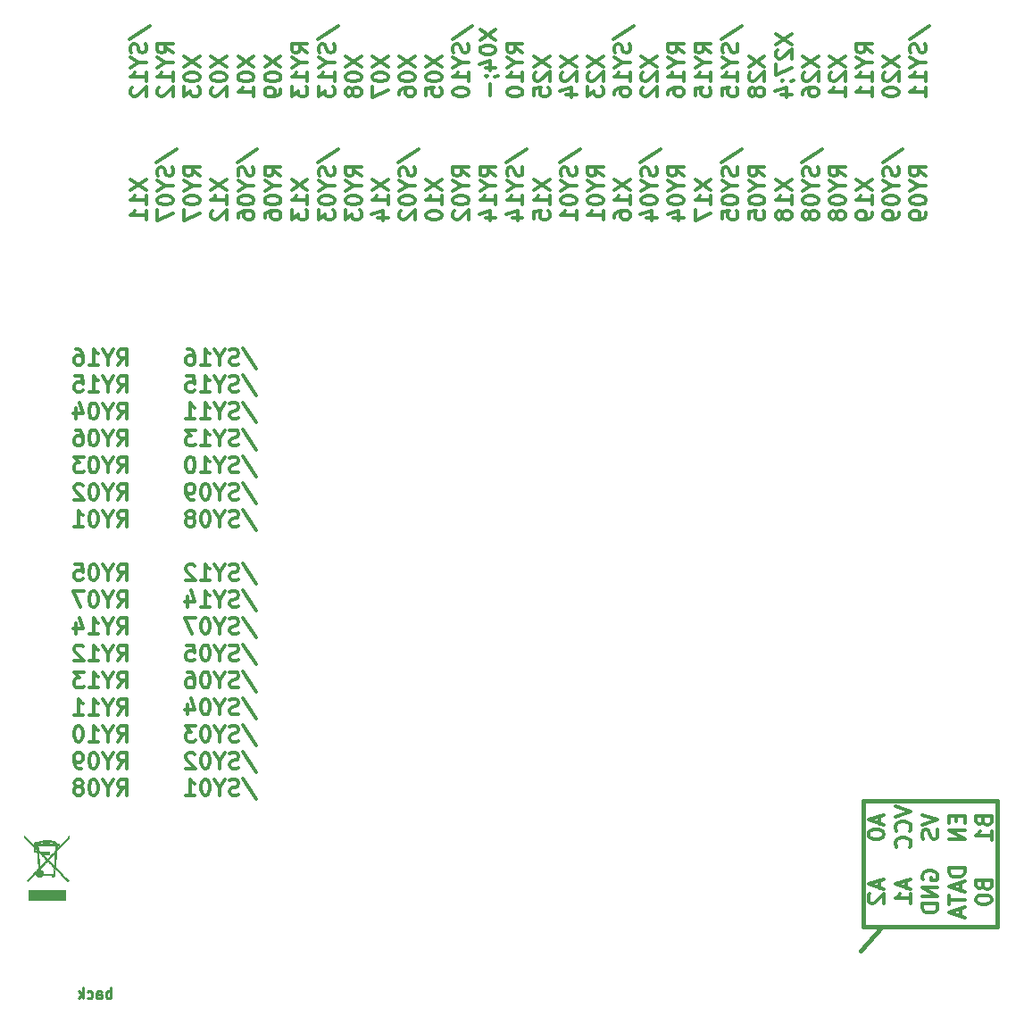
<source format=gbr>
G04 #@! TF.GenerationSoftware,KiCad,Pcbnew,(5.0.1)-4*
G04 #@! TF.CreationDate,2018-11-23T22:56:41+01:00*
G04 #@! TF.ProjectId,Flips7,466C697073372E6B696361645F706362,V1.0*
G04 #@! TF.SameCoordinates,Original*
G04 #@! TF.FileFunction,Legend,Bot*
G04 #@! TF.FilePolarity,Positive*
%FSLAX46Y46*%
G04 Gerber Fmt 4.6, Leading zero omitted, Abs format (unit mm)*
G04 Created by KiCad (PCBNEW (5.0.1)-4) date 23.11.2018 22:56:41*
%MOMM*%
%LPD*%
G01*
G04 APERTURE LIST*
%ADD10C,0.400000*%
%ADD11C,0.300000*%
%ADD12C,0.250000*%
%ADD13C,0.010000*%
G04 APERTURE END LIST*
D10*
X109728000Y-116078000D02*
X107696000Y-118364000D01*
X107950000Y-116078000D02*
X107950000Y-104140000D01*
X120650000Y-116078000D02*
X107950000Y-116078000D01*
X120650000Y-104140000D02*
X120650000Y-116078000D01*
X107950000Y-104140000D02*
X120650000Y-104140000D01*
D11*
X109450000Y-111704571D02*
X109450000Y-112418857D01*
X109878571Y-111561714D02*
X108378571Y-112061714D01*
X109878571Y-112561714D01*
X108521428Y-112990285D02*
X108450000Y-113061714D01*
X108378571Y-113204571D01*
X108378571Y-113561714D01*
X108450000Y-113704571D01*
X108521428Y-113776000D01*
X108664285Y-113847428D01*
X108807142Y-113847428D01*
X109021428Y-113776000D01*
X109878571Y-112918857D01*
X109878571Y-113847428D01*
X112000000Y-111704571D02*
X112000000Y-112418857D01*
X112428571Y-111561714D02*
X110928571Y-112061714D01*
X112428571Y-112561714D01*
X112428571Y-113847428D02*
X112428571Y-112990285D01*
X112428571Y-113418857D02*
X110928571Y-113418857D01*
X111142857Y-113276000D01*
X111285714Y-113133142D01*
X111357142Y-112990285D01*
X113550000Y-111633142D02*
X113478571Y-111490285D01*
X113478571Y-111276000D01*
X113550000Y-111061714D01*
X113692857Y-110918857D01*
X113835714Y-110847428D01*
X114121428Y-110776000D01*
X114335714Y-110776000D01*
X114621428Y-110847428D01*
X114764285Y-110918857D01*
X114907142Y-111061714D01*
X114978571Y-111276000D01*
X114978571Y-111418857D01*
X114907142Y-111633142D01*
X114835714Y-111704571D01*
X114335714Y-111704571D01*
X114335714Y-111418857D01*
X114978571Y-112347428D02*
X113478571Y-112347428D01*
X114978571Y-113204571D01*
X113478571Y-113204571D01*
X114978571Y-113918857D02*
X113478571Y-113918857D01*
X113478571Y-114276000D01*
X113550000Y-114490285D01*
X113692857Y-114633142D01*
X113835714Y-114704571D01*
X114121428Y-114776000D01*
X114335714Y-114776000D01*
X114621428Y-114704571D01*
X114764285Y-114633142D01*
X114907142Y-114490285D01*
X114978571Y-114276000D01*
X114978571Y-113918857D01*
X117528571Y-110526000D02*
X116028571Y-110526000D01*
X116028571Y-110883142D01*
X116100000Y-111097428D01*
X116242857Y-111240285D01*
X116385714Y-111311714D01*
X116671428Y-111383142D01*
X116885714Y-111383142D01*
X117171428Y-111311714D01*
X117314285Y-111240285D01*
X117457142Y-111097428D01*
X117528571Y-110883142D01*
X117528571Y-110526000D01*
X117100000Y-111954571D02*
X117100000Y-112668857D01*
X117528571Y-111811714D02*
X116028571Y-112311714D01*
X117528571Y-112811714D01*
X116028571Y-113097428D02*
X116028571Y-113954571D01*
X117528571Y-113526000D02*
X116028571Y-113526000D01*
X117100000Y-114383142D02*
X117100000Y-115097428D01*
X117528571Y-114240285D02*
X116028571Y-114740285D01*
X117528571Y-115240285D01*
X119292857Y-112168857D02*
X119364285Y-112383142D01*
X119435714Y-112454571D01*
X119578571Y-112526000D01*
X119792857Y-112526000D01*
X119935714Y-112454571D01*
X120007142Y-112383142D01*
X120078571Y-112240285D01*
X120078571Y-111668857D01*
X118578571Y-111668857D01*
X118578571Y-112168857D01*
X118650000Y-112311714D01*
X118721428Y-112383142D01*
X118864285Y-112454571D01*
X119007142Y-112454571D01*
X119150000Y-112383142D01*
X119221428Y-112311714D01*
X119292857Y-112168857D01*
X119292857Y-111668857D01*
X118578571Y-113454571D02*
X118578571Y-113597428D01*
X118650000Y-113740285D01*
X118721428Y-113811714D01*
X118864285Y-113883142D01*
X119150000Y-113954571D01*
X119507142Y-113954571D01*
X119792857Y-113883142D01*
X119935714Y-113811714D01*
X120007142Y-113740285D01*
X120078571Y-113597428D01*
X120078571Y-113454571D01*
X120007142Y-113311714D01*
X119935714Y-113240285D01*
X119792857Y-113168857D01*
X119507142Y-113097428D01*
X119150000Y-113097428D01*
X118864285Y-113168857D01*
X118721428Y-113240285D01*
X118650000Y-113311714D01*
X118578571Y-113454571D01*
X109450000Y-105608571D02*
X109450000Y-106322857D01*
X109878571Y-105465714D02*
X108378571Y-105965714D01*
X109878571Y-106465714D01*
X108378571Y-107251428D02*
X108378571Y-107394285D01*
X108450000Y-107537142D01*
X108521428Y-107608571D01*
X108664285Y-107680000D01*
X108950000Y-107751428D01*
X109307142Y-107751428D01*
X109592857Y-107680000D01*
X109735714Y-107608571D01*
X109807142Y-107537142D01*
X109878571Y-107394285D01*
X109878571Y-107251428D01*
X109807142Y-107108571D01*
X109735714Y-107037142D01*
X109592857Y-106965714D01*
X109307142Y-106894285D01*
X108950000Y-106894285D01*
X108664285Y-106965714D01*
X108521428Y-107037142D01*
X108450000Y-107108571D01*
X108378571Y-107251428D01*
X110928571Y-104680000D02*
X112428571Y-105180000D01*
X110928571Y-105680000D01*
X112285714Y-107037142D02*
X112357142Y-106965714D01*
X112428571Y-106751428D01*
X112428571Y-106608571D01*
X112357142Y-106394285D01*
X112214285Y-106251428D01*
X112071428Y-106180000D01*
X111785714Y-106108571D01*
X111571428Y-106108571D01*
X111285714Y-106180000D01*
X111142857Y-106251428D01*
X111000000Y-106394285D01*
X110928571Y-106608571D01*
X110928571Y-106751428D01*
X111000000Y-106965714D01*
X111071428Y-107037142D01*
X112285714Y-108537142D02*
X112357142Y-108465714D01*
X112428571Y-108251428D01*
X112428571Y-108108571D01*
X112357142Y-107894285D01*
X112214285Y-107751428D01*
X112071428Y-107680000D01*
X111785714Y-107608571D01*
X111571428Y-107608571D01*
X111285714Y-107680000D01*
X111142857Y-107751428D01*
X111000000Y-107894285D01*
X110928571Y-108108571D01*
X110928571Y-108251428D01*
X111000000Y-108465714D01*
X111071428Y-108537142D01*
X113478571Y-105465714D02*
X114978571Y-105965714D01*
X113478571Y-106465714D01*
X114907142Y-106894285D02*
X114978571Y-107108571D01*
X114978571Y-107465714D01*
X114907142Y-107608571D01*
X114835714Y-107680000D01*
X114692857Y-107751428D01*
X114550000Y-107751428D01*
X114407142Y-107680000D01*
X114335714Y-107608571D01*
X114264285Y-107465714D01*
X114192857Y-107180000D01*
X114121428Y-107037142D01*
X114050000Y-106965714D01*
X113907142Y-106894285D01*
X113764285Y-106894285D01*
X113621428Y-106965714D01*
X113550000Y-107037142D01*
X113478571Y-107180000D01*
X113478571Y-107537142D01*
X113550000Y-107751428D01*
X116742857Y-105572857D02*
X116742857Y-106072857D01*
X117528571Y-106287142D02*
X117528571Y-105572857D01*
X116028571Y-105572857D01*
X116028571Y-106287142D01*
X117528571Y-106930000D02*
X116028571Y-106930000D01*
X117528571Y-107787142D01*
X116028571Y-107787142D01*
X119292857Y-106072857D02*
X119364285Y-106287142D01*
X119435714Y-106358571D01*
X119578571Y-106430000D01*
X119792857Y-106430000D01*
X119935714Y-106358571D01*
X120007142Y-106287142D01*
X120078571Y-106144285D01*
X120078571Y-105572857D01*
X118578571Y-105572857D01*
X118578571Y-106072857D01*
X118650000Y-106215714D01*
X118721428Y-106287142D01*
X118864285Y-106358571D01*
X119007142Y-106358571D01*
X119150000Y-106287142D01*
X119221428Y-106215714D01*
X119292857Y-106072857D01*
X119292857Y-105572857D01*
X120078571Y-107858571D02*
X120078571Y-107001428D01*
X120078571Y-107430000D02*
X118578571Y-107430000D01*
X118792857Y-107287142D01*
X118935714Y-107144285D01*
X119007142Y-107001428D01*
X37198714Y-62833571D02*
X37698714Y-62119285D01*
X38055857Y-62833571D02*
X38055857Y-61333571D01*
X37484428Y-61333571D01*
X37341571Y-61405000D01*
X37270142Y-61476428D01*
X37198714Y-61619285D01*
X37198714Y-61833571D01*
X37270142Y-61976428D01*
X37341571Y-62047857D01*
X37484428Y-62119285D01*
X38055857Y-62119285D01*
X36270142Y-62119285D02*
X36270142Y-62833571D01*
X36770142Y-61333571D02*
X36270142Y-62119285D01*
X35770142Y-61333571D01*
X34484428Y-62833571D02*
X35341571Y-62833571D01*
X34913000Y-62833571D02*
X34913000Y-61333571D01*
X35055857Y-61547857D01*
X35198714Y-61690714D01*
X35341571Y-61762142D01*
X33198714Y-61333571D02*
X33484428Y-61333571D01*
X33627285Y-61405000D01*
X33698714Y-61476428D01*
X33841571Y-61690714D01*
X33913000Y-61976428D01*
X33913000Y-62547857D01*
X33841571Y-62690714D01*
X33770142Y-62762142D01*
X33627285Y-62833571D01*
X33341571Y-62833571D01*
X33198714Y-62762142D01*
X33127285Y-62690714D01*
X33055857Y-62547857D01*
X33055857Y-62190714D01*
X33127285Y-62047857D01*
X33198714Y-61976428D01*
X33341571Y-61905000D01*
X33627285Y-61905000D01*
X33770142Y-61976428D01*
X33841571Y-62047857D01*
X33913000Y-62190714D01*
X37198714Y-65383571D02*
X37698714Y-64669285D01*
X38055857Y-65383571D02*
X38055857Y-63883571D01*
X37484428Y-63883571D01*
X37341571Y-63955000D01*
X37270142Y-64026428D01*
X37198714Y-64169285D01*
X37198714Y-64383571D01*
X37270142Y-64526428D01*
X37341571Y-64597857D01*
X37484428Y-64669285D01*
X38055857Y-64669285D01*
X36270142Y-64669285D02*
X36270142Y-65383571D01*
X36770142Y-63883571D02*
X36270142Y-64669285D01*
X35770142Y-63883571D01*
X34484428Y-65383571D02*
X35341571Y-65383571D01*
X34913000Y-65383571D02*
X34913000Y-63883571D01*
X35055857Y-64097857D01*
X35198714Y-64240714D01*
X35341571Y-64312142D01*
X33127285Y-63883571D02*
X33841571Y-63883571D01*
X33913000Y-64597857D01*
X33841571Y-64526428D01*
X33698714Y-64455000D01*
X33341571Y-64455000D01*
X33198714Y-64526428D01*
X33127285Y-64597857D01*
X33055857Y-64740714D01*
X33055857Y-65097857D01*
X33127285Y-65240714D01*
X33198714Y-65312142D01*
X33341571Y-65383571D01*
X33698714Y-65383571D01*
X33841571Y-65312142D01*
X33913000Y-65240714D01*
X37198714Y-67933571D02*
X37698714Y-67219285D01*
X38055857Y-67933571D02*
X38055857Y-66433571D01*
X37484428Y-66433571D01*
X37341571Y-66505000D01*
X37270142Y-66576428D01*
X37198714Y-66719285D01*
X37198714Y-66933571D01*
X37270142Y-67076428D01*
X37341571Y-67147857D01*
X37484428Y-67219285D01*
X38055857Y-67219285D01*
X36270142Y-67219285D02*
X36270142Y-67933571D01*
X36770142Y-66433571D02*
X36270142Y-67219285D01*
X35770142Y-66433571D01*
X34984428Y-66433571D02*
X34841571Y-66433571D01*
X34698714Y-66505000D01*
X34627285Y-66576428D01*
X34555857Y-66719285D01*
X34484428Y-67005000D01*
X34484428Y-67362142D01*
X34555857Y-67647857D01*
X34627285Y-67790714D01*
X34698714Y-67862142D01*
X34841571Y-67933571D01*
X34984428Y-67933571D01*
X35127285Y-67862142D01*
X35198714Y-67790714D01*
X35270142Y-67647857D01*
X35341571Y-67362142D01*
X35341571Y-67005000D01*
X35270142Y-66719285D01*
X35198714Y-66576428D01*
X35127285Y-66505000D01*
X34984428Y-66433571D01*
X33198714Y-66933571D02*
X33198714Y-67933571D01*
X33555857Y-66362142D02*
X33913000Y-67433571D01*
X32984428Y-67433571D01*
X37198714Y-70483571D02*
X37698714Y-69769285D01*
X38055857Y-70483571D02*
X38055857Y-68983571D01*
X37484428Y-68983571D01*
X37341571Y-69055000D01*
X37270142Y-69126428D01*
X37198714Y-69269285D01*
X37198714Y-69483571D01*
X37270142Y-69626428D01*
X37341571Y-69697857D01*
X37484428Y-69769285D01*
X38055857Y-69769285D01*
X36270142Y-69769285D02*
X36270142Y-70483571D01*
X36770142Y-68983571D02*
X36270142Y-69769285D01*
X35770142Y-68983571D01*
X34984428Y-68983571D02*
X34841571Y-68983571D01*
X34698714Y-69055000D01*
X34627285Y-69126428D01*
X34555857Y-69269285D01*
X34484428Y-69555000D01*
X34484428Y-69912142D01*
X34555857Y-70197857D01*
X34627285Y-70340714D01*
X34698714Y-70412142D01*
X34841571Y-70483571D01*
X34984428Y-70483571D01*
X35127285Y-70412142D01*
X35198714Y-70340714D01*
X35270142Y-70197857D01*
X35341571Y-69912142D01*
X35341571Y-69555000D01*
X35270142Y-69269285D01*
X35198714Y-69126428D01*
X35127285Y-69055000D01*
X34984428Y-68983571D01*
X33198714Y-68983571D02*
X33484428Y-68983571D01*
X33627285Y-69055000D01*
X33698714Y-69126428D01*
X33841571Y-69340714D01*
X33913000Y-69626428D01*
X33913000Y-70197857D01*
X33841571Y-70340714D01*
X33770142Y-70412142D01*
X33627285Y-70483571D01*
X33341571Y-70483571D01*
X33198714Y-70412142D01*
X33127285Y-70340714D01*
X33055857Y-70197857D01*
X33055857Y-69840714D01*
X33127285Y-69697857D01*
X33198714Y-69626428D01*
X33341571Y-69555000D01*
X33627285Y-69555000D01*
X33770142Y-69626428D01*
X33841571Y-69697857D01*
X33913000Y-69840714D01*
X37198714Y-73033571D02*
X37698714Y-72319285D01*
X38055857Y-73033571D02*
X38055857Y-71533571D01*
X37484428Y-71533571D01*
X37341571Y-71605000D01*
X37270142Y-71676428D01*
X37198714Y-71819285D01*
X37198714Y-72033571D01*
X37270142Y-72176428D01*
X37341571Y-72247857D01*
X37484428Y-72319285D01*
X38055857Y-72319285D01*
X36270142Y-72319285D02*
X36270142Y-73033571D01*
X36770142Y-71533571D02*
X36270142Y-72319285D01*
X35770142Y-71533571D01*
X34984428Y-71533571D02*
X34841571Y-71533571D01*
X34698714Y-71605000D01*
X34627285Y-71676428D01*
X34555857Y-71819285D01*
X34484428Y-72105000D01*
X34484428Y-72462142D01*
X34555857Y-72747857D01*
X34627285Y-72890714D01*
X34698714Y-72962142D01*
X34841571Y-73033571D01*
X34984428Y-73033571D01*
X35127285Y-72962142D01*
X35198714Y-72890714D01*
X35270142Y-72747857D01*
X35341571Y-72462142D01*
X35341571Y-72105000D01*
X35270142Y-71819285D01*
X35198714Y-71676428D01*
X35127285Y-71605000D01*
X34984428Y-71533571D01*
X33984428Y-71533571D02*
X33055857Y-71533571D01*
X33555857Y-72105000D01*
X33341571Y-72105000D01*
X33198714Y-72176428D01*
X33127285Y-72247857D01*
X33055857Y-72390714D01*
X33055857Y-72747857D01*
X33127285Y-72890714D01*
X33198714Y-72962142D01*
X33341571Y-73033571D01*
X33770142Y-73033571D01*
X33913000Y-72962142D01*
X33984428Y-72890714D01*
X37198714Y-75583571D02*
X37698714Y-74869285D01*
X38055857Y-75583571D02*
X38055857Y-74083571D01*
X37484428Y-74083571D01*
X37341571Y-74155000D01*
X37270142Y-74226428D01*
X37198714Y-74369285D01*
X37198714Y-74583571D01*
X37270142Y-74726428D01*
X37341571Y-74797857D01*
X37484428Y-74869285D01*
X38055857Y-74869285D01*
X36270142Y-74869285D02*
X36270142Y-75583571D01*
X36770142Y-74083571D02*
X36270142Y-74869285D01*
X35770142Y-74083571D01*
X34984428Y-74083571D02*
X34841571Y-74083571D01*
X34698714Y-74155000D01*
X34627285Y-74226428D01*
X34555857Y-74369285D01*
X34484428Y-74655000D01*
X34484428Y-75012142D01*
X34555857Y-75297857D01*
X34627285Y-75440714D01*
X34698714Y-75512142D01*
X34841571Y-75583571D01*
X34984428Y-75583571D01*
X35127285Y-75512142D01*
X35198714Y-75440714D01*
X35270142Y-75297857D01*
X35341571Y-75012142D01*
X35341571Y-74655000D01*
X35270142Y-74369285D01*
X35198714Y-74226428D01*
X35127285Y-74155000D01*
X34984428Y-74083571D01*
X33913000Y-74226428D02*
X33841571Y-74155000D01*
X33698714Y-74083571D01*
X33341571Y-74083571D01*
X33198714Y-74155000D01*
X33127285Y-74226428D01*
X33055857Y-74369285D01*
X33055857Y-74512142D01*
X33127285Y-74726428D01*
X33984428Y-75583571D01*
X33055857Y-75583571D01*
X37198714Y-78133571D02*
X37698714Y-77419285D01*
X38055857Y-78133571D02*
X38055857Y-76633571D01*
X37484428Y-76633571D01*
X37341571Y-76705000D01*
X37270142Y-76776428D01*
X37198714Y-76919285D01*
X37198714Y-77133571D01*
X37270142Y-77276428D01*
X37341571Y-77347857D01*
X37484428Y-77419285D01*
X38055857Y-77419285D01*
X36270142Y-77419285D02*
X36270142Y-78133571D01*
X36770142Y-76633571D02*
X36270142Y-77419285D01*
X35770142Y-76633571D01*
X34984428Y-76633571D02*
X34841571Y-76633571D01*
X34698714Y-76705000D01*
X34627285Y-76776428D01*
X34555857Y-76919285D01*
X34484428Y-77205000D01*
X34484428Y-77562142D01*
X34555857Y-77847857D01*
X34627285Y-77990714D01*
X34698714Y-78062142D01*
X34841571Y-78133571D01*
X34984428Y-78133571D01*
X35127285Y-78062142D01*
X35198714Y-77990714D01*
X35270142Y-77847857D01*
X35341571Y-77562142D01*
X35341571Y-77205000D01*
X35270142Y-76919285D01*
X35198714Y-76776428D01*
X35127285Y-76705000D01*
X34984428Y-76633571D01*
X33055857Y-78133571D02*
X33913000Y-78133571D01*
X33484428Y-78133571D02*
X33484428Y-76633571D01*
X33627285Y-76847857D01*
X33770142Y-76990714D01*
X33913000Y-77062142D01*
X37198714Y-83233571D02*
X37698714Y-82519285D01*
X38055857Y-83233571D02*
X38055857Y-81733571D01*
X37484428Y-81733571D01*
X37341571Y-81805000D01*
X37270142Y-81876428D01*
X37198714Y-82019285D01*
X37198714Y-82233571D01*
X37270142Y-82376428D01*
X37341571Y-82447857D01*
X37484428Y-82519285D01*
X38055857Y-82519285D01*
X36270142Y-82519285D02*
X36270142Y-83233571D01*
X36770142Y-81733571D02*
X36270142Y-82519285D01*
X35770142Y-81733571D01*
X34984428Y-81733571D02*
X34841571Y-81733571D01*
X34698714Y-81805000D01*
X34627285Y-81876428D01*
X34555857Y-82019285D01*
X34484428Y-82305000D01*
X34484428Y-82662142D01*
X34555857Y-82947857D01*
X34627285Y-83090714D01*
X34698714Y-83162142D01*
X34841571Y-83233571D01*
X34984428Y-83233571D01*
X35127285Y-83162142D01*
X35198714Y-83090714D01*
X35270142Y-82947857D01*
X35341571Y-82662142D01*
X35341571Y-82305000D01*
X35270142Y-82019285D01*
X35198714Y-81876428D01*
X35127285Y-81805000D01*
X34984428Y-81733571D01*
X33127285Y-81733571D02*
X33841571Y-81733571D01*
X33913000Y-82447857D01*
X33841571Y-82376428D01*
X33698714Y-82305000D01*
X33341571Y-82305000D01*
X33198714Y-82376428D01*
X33127285Y-82447857D01*
X33055857Y-82590714D01*
X33055857Y-82947857D01*
X33127285Y-83090714D01*
X33198714Y-83162142D01*
X33341571Y-83233571D01*
X33698714Y-83233571D01*
X33841571Y-83162142D01*
X33913000Y-83090714D01*
X37198714Y-85783571D02*
X37698714Y-85069285D01*
X38055857Y-85783571D02*
X38055857Y-84283571D01*
X37484428Y-84283571D01*
X37341571Y-84355000D01*
X37270142Y-84426428D01*
X37198714Y-84569285D01*
X37198714Y-84783571D01*
X37270142Y-84926428D01*
X37341571Y-84997857D01*
X37484428Y-85069285D01*
X38055857Y-85069285D01*
X36270142Y-85069285D02*
X36270142Y-85783571D01*
X36770142Y-84283571D02*
X36270142Y-85069285D01*
X35770142Y-84283571D01*
X34984428Y-84283571D02*
X34841571Y-84283571D01*
X34698714Y-84355000D01*
X34627285Y-84426428D01*
X34555857Y-84569285D01*
X34484428Y-84855000D01*
X34484428Y-85212142D01*
X34555857Y-85497857D01*
X34627285Y-85640714D01*
X34698714Y-85712142D01*
X34841571Y-85783571D01*
X34984428Y-85783571D01*
X35127285Y-85712142D01*
X35198714Y-85640714D01*
X35270142Y-85497857D01*
X35341571Y-85212142D01*
X35341571Y-84855000D01*
X35270142Y-84569285D01*
X35198714Y-84426428D01*
X35127285Y-84355000D01*
X34984428Y-84283571D01*
X33984428Y-84283571D02*
X32984428Y-84283571D01*
X33627285Y-85783571D01*
X37198714Y-88333571D02*
X37698714Y-87619285D01*
X38055857Y-88333571D02*
X38055857Y-86833571D01*
X37484428Y-86833571D01*
X37341571Y-86905000D01*
X37270142Y-86976428D01*
X37198714Y-87119285D01*
X37198714Y-87333571D01*
X37270142Y-87476428D01*
X37341571Y-87547857D01*
X37484428Y-87619285D01*
X38055857Y-87619285D01*
X36270142Y-87619285D02*
X36270142Y-88333571D01*
X36770142Y-86833571D02*
X36270142Y-87619285D01*
X35770142Y-86833571D01*
X34484428Y-88333571D02*
X35341571Y-88333571D01*
X34913000Y-88333571D02*
X34913000Y-86833571D01*
X35055857Y-87047857D01*
X35198714Y-87190714D01*
X35341571Y-87262142D01*
X33198714Y-87333571D02*
X33198714Y-88333571D01*
X33555857Y-86762142D02*
X33913000Y-87833571D01*
X32984428Y-87833571D01*
X37198714Y-90883571D02*
X37698714Y-90169285D01*
X38055857Y-90883571D02*
X38055857Y-89383571D01*
X37484428Y-89383571D01*
X37341571Y-89455000D01*
X37270142Y-89526428D01*
X37198714Y-89669285D01*
X37198714Y-89883571D01*
X37270142Y-90026428D01*
X37341571Y-90097857D01*
X37484428Y-90169285D01*
X38055857Y-90169285D01*
X36270142Y-90169285D02*
X36270142Y-90883571D01*
X36770142Y-89383571D02*
X36270142Y-90169285D01*
X35770142Y-89383571D01*
X34484428Y-90883571D02*
X35341571Y-90883571D01*
X34913000Y-90883571D02*
X34913000Y-89383571D01*
X35055857Y-89597857D01*
X35198714Y-89740714D01*
X35341571Y-89812142D01*
X33913000Y-89526428D02*
X33841571Y-89455000D01*
X33698714Y-89383571D01*
X33341571Y-89383571D01*
X33198714Y-89455000D01*
X33127285Y-89526428D01*
X33055857Y-89669285D01*
X33055857Y-89812142D01*
X33127285Y-90026428D01*
X33984428Y-90883571D01*
X33055857Y-90883571D01*
X37198714Y-93433571D02*
X37698714Y-92719285D01*
X38055857Y-93433571D02*
X38055857Y-91933571D01*
X37484428Y-91933571D01*
X37341571Y-92005000D01*
X37270142Y-92076428D01*
X37198714Y-92219285D01*
X37198714Y-92433571D01*
X37270142Y-92576428D01*
X37341571Y-92647857D01*
X37484428Y-92719285D01*
X38055857Y-92719285D01*
X36270142Y-92719285D02*
X36270142Y-93433571D01*
X36770142Y-91933571D02*
X36270142Y-92719285D01*
X35770142Y-91933571D01*
X34484428Y-93433571D02*
X35341571Y-93433571D01*
X34913000Y-93433571D02*
X34913000Y-91933571D01*
X35055857Y-92147857D01*
X35198714Y-92290714D01*
X35341571Y-92362142D01*
X33984428Y-91933571D02*
X33055857Y-91933571D01*
X33555857Y-92505000D01*
X33341571Y-92505000D01*
X33198714Y-92576428D01*
X33127285Y-92647857D01*
X33055857Y-92790714D01*
X33055857Y-93147857D01*
X33127285Y-93290714D01*
X33198714Y-93362142D01*
X33341571Y-93433571D01*
X33770142Y-93433571D01*
X33913000Y-93362142D01*
X33984428Y-93290714D01*
X37198714Y-95983571D02*
X37698714Y-95269285D01*
X38055857Y-95983571D02*
X38055857Y-94483571D01*
X37484428Y-94483571D01*
X37341571Y-94555000D01*
X37270142Y-94626428D01*
X37198714Y-94769285D01*
X37198714Y-94983571D01*
X37270142Y-95126428D01*
X37341571Y-95197857D01*
X37484428Y-95269285D01*
X38055857Y-95269285D01*
X36270142Y-95269285D02*
X36270142Y-95983571D01*
X36770142Y-94483571D02*
X36270142Y-95269285D01*
X35770142Y-94483571D01*
X34484428Y-95983571D02*
X35341571Y-95983571D01*
X34913000Y-95983571D02*
X34913000Y-94483571D01*
X35055857Y-94697857D01*
X35198714Y-94840714D01*
X35341571Y-94912142D01*
X33055857Y-95983571D02*
X33913000Y-95983571D01*
X33484428Y-95983571D02*
X33484428Y-94483571D01*
X33627285Y-94697857D01*
X33770142Y-94840714D01*
X33913000Y-94912142D01*
X37198714Y-98533571D02*
X37698714Y-97819285D01*
X38055857Y-98533571D02*
X38055857Y-97033571D01*
X37484428Y-97033571D01*
X37341571Y-97105000D01*
X37270142Y-97176428D01*
X37198714Y-97319285D01*
X37198714Y-97533571D01*
X37270142Y-97676428D01*
X37341571Y-97747857D01*
X37484428Y-97819285D01*
X38055857Y-97819285D01*
X36270142Y-97819285D02*
X36270142Y-98533571D01*
X36770142Y-97033571D02*
X36270142Y-97819285D01*
X35770142Y-97033571D01*
X34484428Y-98533571D02*
X35341571Y-98533571D01*
X34913000Y-98533571D02*
X34913000Y-97033571D01*
X35055857Y-97247857D01*
X35198714Y-97390714D01*
X35341571Y-97462142D01*
X33555857Y-97033571D02*
X33413000Y-97033571D01*
X33270142Y-97105000D01*
X33198714Y-97176428D01*
X33127285Y-97319285D01*
X33055857Y-97605000D01*
X33055857Y-97962142D01*
X33127285Y-98247857D01*
X33198714Y-98390714D01*
X33270142Y-98462142D01*
X33413000Y-98533571D01*
X33555857Y-98533571D01*
X33698714Y-98462142D01*
X33770142Y-98390714D01*
X33841571Y-98247857D01*
X33913000Y-97962142D01*
X33913000Y-97605000D01*
X33841571Y-97319285D01*
X33770142Y-97176428D01*
X33698714Y-97105000D01*
X33555857Y-97033571D01*
X37198714Y-101083571D02*
X37698714Y-100369285D01*
X38055857Y-101083571D02*
X38055857Y-99583571D01*
X37484428Y-99583571D01*
X37341571Y-99655000D01*
X37270142Y-99726428D01*
X37198714Y-99869285D01*
X37198714Y-100083571D01*
X37270142Y-100226428D01*
X37341571Y-100297857D01*
X37484428Y-100369285D01*
X38055857Y-100369285D01*
X36270142Y-100369285D02*
X36270142Y-101083571D01*
X36770142Y-99583571D02*
X36270142Y-100369285D01*
X35770142Y-99583571D01*
X34984428Y-99583571D02*
X34841571Y-99583571D01*
X34698714Y-99655000D01*
X34627285Y-99726428D01*
X34555857Y-99869285D01*
X34484428Y-100155000D01*
X34484428Y-100512142D01*
X34555857Y-100797857D01*
X34627285Y-100940714D01*
X34698714Y-101012142D01*
X34841571Y-101083571D01*
X34984428Y-101083571D01*
X35127285Y-101012142D01*
X35198714Y-100940714D01*
X35270142Y-100797857D01*
X35341571Y-100512142D01*
X35341571Y-100155000D01*
X35270142Y-99869285D01*
X35198714Y-99726428D01*
X35127285Y-99655000D01*
X34984428Y-99583571D01*
X33770142Y-101083571D02*
X33484428Y-101083571D01*
X33341571Y-101012142D01*
X33270142Y-100940714D01*
X33127285Y-100726428D01*
X33055857Y-100440714D01*
X33055857Y-99869285D01*
X33127285Y-99726428D01*
X33198714Y-99655000D01*
X33341571Y-99583571D01*
X33627285Y-99583571D01*
X33770142Y-99655000D01*
X33841571Y-99726428D01*
X33913000Y-99869285D01*
X33913000Y-100226428D01*
X33841571Y-100369285D01*
X33770142Y-100440714D01*
X33627285Y-100512142D01*
X33341571Y-100512142D01*
X33198714Y-100440714D01*
X33127285Y-100369285D01*
X33055857Y-100226428D01*
X37198714Y-103633571D02*
X37698714Y-102919285D01*
X38055857Y-103633571D02*
X38055857Y-102133571D01*
X37484428Y-102133571D01*
X37341571Y-102205000D01*
X37270142Y-102276428D01*
X37198714Y-102419285D01*
X37198714Y-102633571D01*
X37270142Y-102776428D01*
X37341571Y-102847857D01*
X37484428Y-102919285D01*
X38055857Y-102919285D01*
X36270142Y-102919285D02*
X36270142Y-103633571D01*
X36770142Y-102133571D02*
X36270142Y-102919285D01*
X35770142Y-102133571D01*
X34984428Y-102133571D02*
X34841571Y-102133571D01*
X34698714Y-102205000D01*
X34627285Y-102276428D01*
X34555857Y-102419285D01*
X34484428Y-102705000D01*
X34484428Y-103062142D01*
X34555857Y-103347857D01*
X34627285Y-103490714D01*
X34698714Y-103562142D01*
X34841571Y-103633571D01*
X34984428Y-103633571D01*
X35127285Y-103562142D01*
X35198714Y-103490714D01*
X35270142Y-103347857D01*
X35341571Y-103062142D01*
X35341571Y-102705000D01*
X35270142Y-102419285D01*
X35198714Y-102276428D01*
X35127285Y-102205000D01*
X34984428Y-102133571D01*
X33627285Y-102776428D02*
X33770142Y-102705000D01*
X33841571Y-102633571D01*
X33913000Y-102490714D01*
X33913000Y-102419285D01*
X33841571Y-102276428D01*
X33770142Y-102205000D01*
X33627285Y-102133571D01*
X33341571Y-102133571D01*
X33198714Y-102205000D01*
X33127285Y-102276428D01*
X33055857Y-102419285D01*
X33055857Y-102490714D01*
X33127285Y-102633571D01*
X33198714Y-102705000D01*
X33341571Y-102776428D01*
X33627285Y-102776428D01*
X33770142Y-102847857D01*
X33841571Y-102919285D01*
X33913000Y-103062142D01*
X33913000Y-103347857D01*
X33841571Y-103490714D01*
X33770142Y-103562142D01*
X33627285Y-103633571D01*
X33341571Y-103633571D01*
X33198714Y-103562142D01*
X33127285Y-103490714D01*
X33055857Y-103347857D01*
X33055857Y-103062142D01*
X33127285Y-102919285D01*
X33198714Y-102847857D01*
X33341571Y-102776428D01*
X49089285Y-61257142D02*
X50375000Y-63185714D01*
X48660714Y-62757142D02*
X48446428Y-62828571D01*
X48089285Y-62828571D01*
X47946428Y-62757142D01*
X47875000Y-62685714D01*
X47803571Y-62542857D01*
X47803571Y-62400000D01*
X47875000Y-62257142D01*
X47946428Y-62185714D01*
X48089285Y-62114285D01*
X48375000Y-62042857D01*
X48517857Y-61971428D01*
X48589285Y-61900000D01*
X48660714Y-61757142D01*
X48660714Y-61614285D01*
X48589285Y-61471428D01*
X48517857Y-61400000D01*
X48375000Y-61328571D01*
X48017857Y-61328571D01*
X47803571Y-61400000D01*
X46875000Y-62114285D02*
X46875000Y-62828571D01*
X47375000Y-61328571D02*
X46875000Y-62114285D01*
X46375000Y-61328571D01*
X45089285Y-62828571D02*
X45946428Y-62828571D01*
X45517857Y-62828571D02*
X45517857Y-61328571D01*
X45660714Y-61542857D01*
X45803571Y-61685714D01*
X45946428Y-61757142D01*
X43803571Y-61328571D02*
X44089285Y-61328571D01*
X44232142Y-61400000D01*
X44303571Y-61471428D01*
X44446428Y-61685714D01*
X44517857Y-61971428D01*
X44517857Y-62542857D01*
X44446428Y-62685714D01*
X44375000Y-62757142D01*
X44232142Y-62828571D01*
X43946428Y-62828571D01*
X43803571Y-62757142D01*
X43732142Y-62685714D01*
X43660714Y-62542857D01*
X43660714Y-62185714D01*
X43732142Y-62042857D01*
X43803571Y-61971428D01*
X43946428Y-61900000D01*
X44232142Y-61900000D01*
X44375000Y-61971428D01*
X44446428Y-62042857D01*
X44517857Y-62185714D01*
X49089285Y-63807142D02*
X50375000Y-65735714D01*
X48660714Y-65307142D02*
X48446428Y-65378571D01*
X48089285Y-65378571D01*
X47946428Y-65307142D01*
X47875000Y-65235714D01*
X47803571Y-65092857D01*
X47803571Y-64950000D01*
X47875000Y-64807142D01*
X47946428Y-64735714D01*
X48089285Y-64664285D01*
X48375000Y-64592857D01*
X48517857Y-64521428D01*
X48589285Y-64450000D01*
X48660714Y-64307142D01*
X48660714Y-64164285D01*
X48589285Y-64021428D01*
X48517857Y-63950000D01*
X48375000Y-63878571D01*
X48017857Y-63878571D01*
X47803571Y-63950000D01*
X46875000Y-64664285D02*
X46875000Y-65378571D01*
X47375000Y-63878571D02*
X46875000Y-64664285D01*
X46375000Y-63878571D01*
X45089285Y-65378571D02*
X45946428Y-65378571D01*
X45517857Y-65378571D02*
X45517857Y-63878571D01*
X45660714Y-64092857D01*
X45803571Y-64235714D01*
X45946428Y-64307142D01*
X43732142Y-63878571D02*
X44446428Y-63878571D01*
X44517857Y-64592857D01*
X44446428Y-64521428D01*
X44303571Y-64450000D01*
X43946428Y-64450000D01*
X43803571Y-64521428D01*
X43732142Y-64592857D01*
X43660714Y-64735714D01*
X43660714Y-65092857D01*
X43732142Y-65235714D01*
X43803571Y-65307142D01*
X43946428Y-65378571D01*
X44303571Y-65378571D01*
X44446428Y-65307142D01*
X44517857Y-65235714D01*
X49089285Y-66357142D02*
X50375000Y-68285714D01*
X48660714Y-67857142D02*
X48446428Y-67928571D01*
X48089285Y-67928571D01*
X47946428Y-67857142D01*
X47875000Y-67785714D01*
X47803571Y-67642857D01*
X47803571Y-67500000D01*
X47875000Y-67357142D01*
X47946428Y-67285714D01*
X48089285Y-67214285D01*
X48375000Y-67142857D01*
X48517857Y-67071428D01*
X48589285Y-67000000D01*
X48660714Y-66857142D01*
X48660714Y-66714285D01*
X48589285Y-66571428D01*
X48517857Y-66500000D01*
X48375000Y-66428571D01*
X48017857Y-66428571D01*
X47803571Y-66500000D01*
X46875000Y-67214285D02*
X46875000Y-67928571D01*
X47375000Y-66428571D02*
X46875000Y-67214285D01*
X46375000Y-66428571D01*
X45089285Y-67928571D02*
X45946428Y-67928571D01*
X45517857Y-67928571D02*
X45517857Y-66428571D01*
X45660714Y-66642857D01*
X45803571Y-66785714D01*
X45946428Y-66857142D01*
X43660714Y-67928571D02*
X44517857Y-67928571D01*
X44089285Y-67928571D02*
X44089285Y-66428571D01*
X44232142Y-66642857D01*
X44375000Y-66785714D01*
X44517857Y-66857142D01*
X49089285Y-68907142D02*
X50375000Y-70835714D01*
X48660714Y-70407142D02*
X48446428Y-70478571D01*
X48089285Y-70478571D01*
X47946428Y-70407142D01*
X47875000Y-70335714D01*
X47803571Y-70192857D01*
X47803571Y-70050000D01*
X47875000Y-69907142D01*
X47946428Y-69835714D01*
X48089285Y-69764285D01*
X48375000Y-69692857D01*
X48517857Y-69621428D01*
X48589285Y-69550000D01*
X48660714Y-69407142D01*
X48660714Y-69264285D01*
X48589285Y-69121428D01*
X48517857Y-69050000D01*
X48375000Y-68978571D01*
X48017857Y-68978571D01*
X47803571Y-69050000D01*
X46875000Y-69764285D02*
X46875000Y-70478571D01*
X47375000Y-68978571D02*
X46875000Y-69764285D01*
X46375000Y-68978571D01*
X45089285Y-70478571D02*
X45946428Y-70478571D01*
X45517857Y-70478571D02*
X45517857Y-68978571D01*
X45660714Y-69192857D01*
X45803571Y-69335714D01*
X45946428Y-69407142D01*
X44589285Y-68978571D02*
X43660714Y-68978571D01*
X44160714Y-69550000D01*
X43946428Y-69550000D01*
X43803571Y-69621428D01*
X43732142Y-69692857D01*
X43660714Y-69835714D01*
X43660714Y-70192857D01*
X43732142Y-70335714D01*
X43803571Y-70407142D01*
X43946428Y-70478571D01*
X44375000Y-70478571D01*
X44517857Y-70407142D01*
X44589285Y-70335714D01*
X49089285Y-71457142D02*
X50375000Y-73385714D01*
X48660714Y-72957142D02*
X48446428Y-73028571D01*
X48089285Y-73028571D01*
X47946428Y-72957142D01*
X47875000Y-72885714D01*
X47803571Y-72742857D01*
X47803571Y-72600000D01*
X47875000Y-72457142D01*
X47946428Y-72385714D01*
X48089285Y-72314285D01*
X48375000Y-72242857D01*
X48517857Y-72171428D01*
X48589285Y-72100000D01*
X48660714Y-71957142D01*
X48660714Y-71814285D01*
X48589285Y-71671428D01*
X48517857Y-71600000D01*
X48375000Y-71528571D01*
X48017857Y-71528571D01*
X47803571Y-71600000D01*
X46875000Y-72314285D02*
X46875000Y-73028571D01*
X47375000Y-71528571D02*
X46875000Y-72314285D01*
X46375000Y-71528571D01*
X45089285Y-73028571D02*
X45946428Y-73028571D01*
X45517857Y-73028571D02*
X45517857Y-71528571D01*
X45660714Y-71742857D01*
X45803571Y-71885714D01*
X45946428Y-71957142D01*
X44160714Y-71528571D02*
X44017857Y-71528571D01*
X43875000Y-71600000D01*
X43803571Y-71671428D01*
X43732142Y-71814285D01*
X43660714Y-72100000D01*
X43660714Y-72457142D01*
X43732142Y-72742857D01*
X43803571Y-72885714D01*
X43875000Y-72957142D01*
X44017857Y-73028571D01*
X44160714Y-73028571D01*
X44303571Y-72957142D01*
X44375000Y-72885714D01*
X44446428Y-72742857D01*
X44517857Y-72457142D01*
X44517857Y-72100000D01*
X44446428Y-71814285D01*
X44375000Y-71671428D01*
X44303571Y-71600000D01*
X44160714Y-71528571D01*
X49089285Y-74007142D02*
X50375000Y-75935714D01*
X48660714Y-75507142D02*
X48446428Y-75578571D01*
X48089285Y-75578571D01*
X47946428Y-75507142D01*
X47875000Y-75435714D01*
X47803571Y-75292857D01*
X47803571Y-75150000D01*
X47875000Y-75007142D01*
X47946428Y-74935714D01*
X48089285Y-74864285D01*
X48375000Y-74792857D01*
X48517857Y-74721428D01*
X48589285Y-74650000D01*
X48660714Y-74507142D01*
X48660714Y-74364285D01*
X48589285Y-74221428D01*
X48517857Y-74150000D01*
X48375000Y-74078571D01*
X48017857Y-74078571D01*
X47803571Y-74150000D01*
X46875000Y-74864285D02*
X46875000Y-75578571D01*
X47375000Y-74078571D02*
X46875000Y-74864285D01*
X46375000Y-74078571D01*
X45589285Y-74078571D02*
X45446428Y-74078571D01*
X45303571Y-74150000D01*
X45232142Y-74221428D01*
X45160714Y-74364285D01*
X45089285Y-74650000D01*
X45089285Y-75007142D01*
X45160714Y-75292857D01*
X45232142Y-75435714D01*
X45303571Y-75507142D01*
X45446428Y-75578571D01*
X45589285Y-75578571D01*
X45732142Y-75507142D01*
X45803571Y-75435714D01*
X45875000Y-75292857D01*
X45946428Y-75007142D01*
X45946428Y-74650000D01*
X45875000Y-74364285D01*
X45803571Y-74221428D01*
X45732142Y-74150000D01*
X45589285Y-74078571D01*
X44375000Y-75578571D02*
X44089285Y-75578571D01*
X43946428Y-75507142D01*
X43875000Y-75435714D01*
X43732142Y-75221428D01*
X43660714Y-74935714D01*
X43660714Y-74364285D01*
X43732142Y-74221428D01*
X43803571Y-74150000D01*
X43946428Y-74078571D01*
X44232142Y-74078571D01*
X44375000Y-74150000D01*
X44446428Y-74221428D01*
X44517857Y-74364285D01*
X44517857Y-74721428D01*
X44446428Y-74864285D01*
X44375000Y-74935714D01*
X44232142Y-75007142D01*
X43946428Y-75007142D01*
X43803571Y-74935714D01*
X43732142Y-74864285D01*
X43660714Y-74721428D01*
X49089285Y-76557142D02*
X50375000Y-78485714D01*
X48660714Y-78057142D02*
X48446428Y-78128571D01*
X48089285Y-78128571D01*
X47946428Y-78057142D01*
X47875000Y-77985714D01*
X47803571Y-77842857D01*
X47803571Y-77700000D01*
X47875000Y-77557142D01*
X47946428Y-77485714D01*
X48089285Y-77414285D01*
X48375000Y-77342857D01*
X48517857Y-77271428D01*
X48589285Y-77200000D01*
X48660714Y-77057142D01*
X48660714Y-76914285D01*
X48589285Y-76771428D01*
X48517857Y-76700000D01*
X48375000Y-76628571D01*
X48017857Y-76628571D01*
X47803571Y-76700000D01*
X46875000Y-77414285D02*
X46875000Y-78128571D01*
X47375000Y-76628571D02*
X46875000Y-77414285D01*
X46375000Y-76628571D01*
X45589285Y-76628571D02*
X45446428Y-76628571D01*
X45303571Y-76700000D01*
X45232142Y-76771428D01*
X45160714Y-76914285D01*
X45089285Y-77200000D01*
X45089285Y-77557142D01*
X45160714Y-77842857D01*
X45232142Y-77985714D01*
X45303571Y-78057142D01*
X45446428Y-78128571D01*
X45589285Y-78128571D01*
X45732142Y-78057142D01*
X45803571Y-77985714D01*
X45875000Y-77842857D01*
X45946428Y-77557142D01*
X45946428Y-77200000D01*
X45875000Y-76914285D01*
X45803571Y-76771428D01*
X45732142Y-76700000D01*
X45589285Y-76628571D01*
X44232142Y-77271428D02*
X44375000Y-77200000D01*
X44446428Y-77128571D01*
X44517857Y-76985714D01*
X44517857Y-76914285D01*
X44446428Y-76771428D01*
X44375000Y-76700000D01*
X44232142Y-76628571D01*
X43946428Y-76628571D01*
X43803571Y-76700000D01*
X43732142Y-76771428D01*
X43660714Y-76914285D01*
X43660714Y-76985714D01*
X43732142Y-77128571D01*
X43803571Y-77200000D01*
X43946428Y-77271428D01*
X44232142Y-77271428D01*
X44375000Y-77342857D01*
X44446428Y-77414285D01*
X44517857Y-77557142D01*
X44517857Y-77842857D01*
X44446428Y-77985714D01*
X44375000Y-78057142D01*
X44232142Y-78128571D01*
X43946428Y-78128571D01*
X43803571Y-78057142D01*
X43732142Y-77985714D01*
X43660714Y-77842857D01*
X43660714Y-77557142D01*
X43732142Y-77414285D01*
X43803571Y-77342857D01*
X43946428Y-77271428D01*
X49089285Y-81657142D02*
X50375000Y-83585714D01*
X48660714Y-83157142D02*
X48446428Y-83228571D01*
X48089285Y-83228571D01*
X47946428Y-83157142D01*
X47875000Y-83085714D01*
X47803571Y-82942857D01*
X47803571Y-82800000D01*
X47875000Y-82657142D01*
X47946428Y-82585714D01*
X48089285Y-82514285D01*
X48375000Y-82442857D01*
X48517857Y-82371428D01*
X48589285Y-82300000D01*
X48660714Y-82157142D01*
X48660714Y-82014285D01*
X48589285Y-81871428D01*
X48517857Y-81800000D01*
X48375000Y-81728571D01*
X48017857Y-81728571D01*
X47803571Y-81800000D01*
X46875000Y-82514285D02*
X46875000Y-83228571D01*
X47375000Y-81728571D02*
X46875000Y-82514285D01*
X46375000Y-81728571D01*
X45089285Y-83228571D02*
X45946428Y-83228571D01*
X45517857Y-83228571D02*
X45517857Y-81728571D01*
X45660714Y-81942857D01*
X45803571Y-82085714D01*
X45946428Y-82157142D01*
X44517857Y-81871428D02*
X44446428Y-81800000D01*
X44303571Y-81728571D01*
X43946428Y-81728571D01*
X43803571Y-81800000D01*
X43732142Y-81871428D01*
X43660714Y-82014285D01*
X43660714Y-82157142D01*
X43732142Y-82371428D01*
X44589285Y-83228571D01*
X43660714Y-83228571D01*
X49089285Y-84207142D02*
X50375000Y-86135714D01*
X48660714Y-85707142D02*
X48446428Y-85778571D01*
X48089285Y-85778571D01*
X47946428Y-85707142D01*
X47875000Y-85635714D01*
X47803571Y-85492857D01*
X47803571Y-85350000D01*
X47875000Y-85207142D01*
X47946428Y-85135714D01*
X48089285Y-85064285D01*
X48375000Y-84992857D01*
X48517857Y-84921428D01*
X48589285Y-84850000D01*
X48660714Y-84707142D01*
X48660714Y-84564285D01*
X48589285Y-84421428D01*
X48517857Y-84350000D01*
X48375000Y-84278571D01*
X48017857Y-84278571D01*
X47803571Y-84350000D01*
X46875000Y-85064285D02*
X46875000Y-85778571D01*
X47375000Y-84278571D02*
X46875000Y-85064285D01*
X46375000Y-84278571D01*
X45089285Y-85778571D02*
X45946428Y-85778571D01*
X45517857Y-85778571D02*
X45517857Y-84278571D01*
X45660714Y-84492857D01*
X45803571Y-84635714D01*
X45946428Y-84707142D01*
X43803571Y-84778571D02*
X43803571Y-85778571D01*
X44160714Y-84207142D02*
X44517857Y-85278571D01*
X43589285Y-85278571D01*
X49089285Y-86757142D02*
X50375000Y-88685714D01*
X48660714Y-88257142D02*
X48446428Y-88328571D01*
X48089285Y-88328571D01*
X47946428Y-88257142D01*
X47875000Y-88185714D01*
X47803571Y-88042857D01*
X47803571Y-87900000D01*
X47875000Y-87757142D01*
X47946428Y-87685714D01*
X48089285Y-87614285D01*
X48375000Y-87542857D01*
X48517857Y-87471428D01*
X48589285Y-87400000D01*
X48660714Y-87257142D01*
X48660714Y-87114285D01*
X48589285Y-86971428D01*
X48517857Y-86900000D01*
X48375000Y-86828571D01*
X48017857Y-86828571D01*
X47803571Y-86900000D01*
X46875000Y-87614285D02*
X46875000Y-88328571D01*
X47375000Y-86828571D02*
X46875000Y-87614285D01*
X46375000Y-86828571D01*
X45589285Y-86828571D02*
X45446428Y-86828571D01*
X45303571Y-86900000D01*
X45232142Y-86971428D01*
X45160714Y-87114285D01*
X45089285Y-87400000D01*
X45089285Y-87757142D01*
X45160714Y-88042857D01*
X45232142Y-88185714D01*
X45303571Y-88257142D01*
X45446428Y-88328571D01*
X45589285Y-88328571D01*
X45732142Y-88257142D01*
X45803571Y-88185714D01*
X45875000Y-88042857D01*
X45946428Y-87757142D01*
X45946428Y-87400000D01*
X45875000Y-87114285D01*
X45803571Y-86971428D01*
X45732142Y-86900000D01*
X45589285Y-86828571D01*
X44589285Y-86828571D02*
X43589285Y-86828571D01*
X44232142Y-88328571D01*
X49089285Y-89307142D02*
X50375000Y-91235714D01*
X48660714Y-90807142D02*
X48446428Y-90878571D01*
X48089285Y-90878571D01*
X47946428Y-90807142D01*
X47875000Y-90735714D01*
X47803571Y-90592857D01*
X47803571Y-90450000D01*
X47875000Y-90307142D01*
X47946428Y-90235714D01*
X48089285Y-90164285D01*
X48375000Y-90092857D01*
X48517857Y-90021428D01*
X48589285Y-89950000D01*
X48660714Y-89807142D01*
X48660714Y-89664285D01*
X48589285Y-89521428D01*
X48517857Y-89450000D01*
X48375000Y-89378571D01*
X48017857Y-89378571D01*
X47803571Y-89450000D01*
X46875000Y-90164285D02*
X46875000Y-90878571D01*
X47375000Y-89378571D02*
X46875000Y-90164285D01*
X46375000Y-89378571D01*
X45589285Y-89378571D02*
X45446428Y-89378571D01*
X45303571Y-89450000D01*
X45232142Y-89521428D01*
X45160714Y-89664285D01*
X45089285Y-89950000D01*
X45089285Y-90307142D01*
X45160714Y-90592857D01*
X45232142Y-90735714D01*
X45303571Y-90807142D01*
X45446428Y-90878571D01*
X45589285Y-90878571D01*
X45732142Y-90807142D01*
X45803571Y-90735714D01*
X45875000Y-90592857D01*
X45946428Y-90307142D01*
X45946428Y-89950000D01*
X45875000Y-89664285D01*
X45803571Y-89521428D01*
X45732142Y-89450000D01*
X45589285Y-89378571D01*
X43732142Y-89378571D02*
X44446428Y-89378571D01*
X44517857Y-90092857D01*
X44446428Y-90021428D01*
X44303571Y-89950000D01*
X43946428Y-89950000D01*
X43803571Y-90021428D01*
X43732142Y-90092857D01*
X43660714Y-90235714D01*
X43660714Y-90592857D01*
X43732142Y-90735714D01*
X43803571Y-90807142D01*
X43946428Y-90878571D01*
X44303571Y-90878571D01*
X44446428Y-90807142D01*
X44517857Y-90735714D01*
X49089285Y-91857142D02*
X50375000Y-93785714D01*
X48660714Y-93357142D02*
X48446428Y-93428571D01*
X48089285Y-93428571D01*
X47946428Y-93357142D01*
X47875000Y-93285714D01*
X47803571Y-93142857D01*
X47803571Y-93000000D01*
X47875000Y-92857142D01*
X47946428Y-92785714D01*
X48089285Y-92714285D01*
X48375000Y-92642857D01*
X48517857Y-92571428D01*
X48589285Y-92500000D01*
X48660714Y-92357142D01*
X48660714Y-92214285D01*
X48589285Y-92071428D01*
X48517857Y-92000000D01*
X48375000Y-91928571D01*
X48017857Y-91928571D01*
X47803571Y-92000000D01*
X46875000Y-92714285D02*
X46875000Y-93428571D01*
X47375000Y-91928571D02*
X46875000Y-92714285D01*
X46375000Y-91928571D01*
X45589285Y-91928571D02*
X45446428Y-91928571D01*
X45303571Y-92000000D01*
X45232142Y-92071428D01*
X45160714Y-92214285D01*
X45089285Y-92500000D01*
X45089285Y-92857142D01*
X45160714Y-93142857D01*
X45232142Y-93285714D01*
X45303571Y-93357142D01*
X45446428Y-93428571D01*
X45589285Y-93428571D01*
X45732142Y-93357142D01*
X45803571Y-93285714D01*
X45875000Y-93142857D01*
X45946428Y-92857142D01*
X45946428Y-92500000D01*
X45875000Y-92214285D01*
X45803571Y-92071428D01*
X45732142Y-92000000D01*
X45589285Y-91928571D01*
X43803571Y-91928571D02*
X44089285Y-91928571D01*
X44232142Y-92000000D01*
X44303571Y-92071428D01*
X44446428Y-92285714D01*
X44517857Y-92571428D01*
X44517857Y-93142857D01*
X44446428Y-93285714D01*
X44375000Y-93357142D01*
X44232142Y-93428571D01*
X43946428Y-93428571D01*
X43803571Y-93357142D01*
X43732142Y-93285714D01*
X43660714Y-93142857D01*
X43660714Y-92785714D01*
X43732142Y-92642857D01*
X43803571Y-92571428D01*
X43946428Y-92500000D01*
X44232142Y-92500000D01*
X44375000Y-92571428D01*
X44446428Y-92642857D01*
X44517857Y-92785714D01*
X49089285Y-94407142D02*
X50375000Y-96335714D01*
X48660714Y-95907142D02*
X48446428Y-95978571D01*
X48089285Y-95978571D01*
X47946428Y-95907142D01*
X47875000Y-95835714D01*
X47803571Y-95692857D01*
X47803571Y-95550000D01*
X47875000Y-95407142D01*
X47946428Y-95335714D01*
X48089285Y-95264285D01*
X48375000Y-95192857D01*
X48517857Y-95121428D01*
X48589285Y-95050000D01*
X48660714Y-94907142D01*
X48660714Y-94764285D01*
X48589285Y-94621428D01*
X48517857Y-94550000D01*
X48375000Y-94478571D01*
X48017857Y-94478571D01*
X47803571Y-94550000D01*
X46875000Y-95264285D02*
X46875000Y-95978571D01*
X47375000Y-94478571D02*
X46875000Y-95264285D01*
X46375000Y-94478571D01*
X45589285Y-94478571D02*
X45446428Y-94478571D01*
X45303571Y-94550000D01*
X45232142Y-94621428D01*
X45160714Y-94764285D01*
X45089285Y-95050000D01*
X45089285Y-95407142D01*
X45160714Y-95692857D01*
X45232142Y-95835714D01*
X45303571Y-95907142D01*
X45446428Y-95978571D01*
X45589285Y-95978571D01*
X45732142Y-95907142D01*
X45803571Y-95835714D01*
X45875000Y-95692857D01*
X45946428Y-95407142D01*
X45946428Y-95050000D01*
X45875000Y-94764285D01*
X45803571Y-94621428D01*
X45732142Y-94550000D01*
X45589285Y-94478571D01*
X43803571Y-94978571D02*
X43803571Y-95978571D01*
X44160714Y-94407142D02*
X44517857Y-95478571D01*
X43589285Y-95478571D01*
X49089285Y-96957142D02*
X50375000Y-98885714D01*
X48660714Y-98457142D02*
X48446428Y-98528571D01*
X48089285Y-98528571D01*
X47946428Y-98457142D01*
X47875000Y-98385714D01*
X47803571Y-98242857D01*
X47803571Y-98100000D01*
X47875000Y-97957142D01*
X47946428Y-97885714D01*
X48089285Y-97814285D01*
X48375000Y-97742857D01*
X48517857Y-97671428D01*
X48589285Y-97600000D01*
X48660714Y-97457142D01*
X48660714Y-97314285D01*
X48589285Y-97171428D01*
X48517857Y-97100000D01*
X48375000Y-97028571D01*
X48017857Y-97028571D01*
X47803571Y-97100000D01*
X46875000Y-97814285D02*
X46875000Y-98528571D01*
X47375000Y-97028571D02*
X46875000Y-97814285D01*
X46375000Y-97028571D01*
X45589285Y-97028571D02*
X45446428Y-97028571D01*
X45303571Y-97100000D01*
X45232142Y-97171428D01*
X45160714Y-97314285D01*
X45089285Y-97600000D01*
X45089285Y-97957142D01*
X45160714Y-98242857D01*
X45232142Y-98385714D01*
X45303571Y-98457142D01*
X45446428Y-98528571D01*
X45589285Y-98528571D01*
X45732142Y-98457142D01*
X45803571Y-98385714D01*
X45875000Y-98242857D01*
X45946428Y-97957142D01*
X45946428Y-97600000D01*
X45875000Y-97314285D01*
X45803571Y-97171428D01*
X45732142Y-97100000D01*
X45589285Y-97028571D01*
X44589285Y-97028571D02*
X43660714Y-97028571D01*
X44160714Y-97600000D01*
X43946428Y-97600000D01*
X43803571Y-97671428D01*
X43732142Y-97742857D01*
X43660714Y-97885714D01*
X43660714Y-98242857D01*
X43732142Y-98385714D01*
X43803571Y-98457142D01*
X43946428Y-98528571D01*
X44375000Y-98528571D01*
X44517857Y-98457142D01*
X44589285Y-98385714D01*
X49089285Y-99507142D02*
X50375000Y-101435714D01*
X48660714Y-101007142D02*
X48446428Y-101078571D01*
X48089285Y-101078571D01*
X47946428Y-101007142D01*
X47875000Y-100935714D01*
X47803571Y-100792857D01*
X47803571Y-100650000D01*
X47875000Y-100507142D01*
X47946428Y-100435714D01*
X48089285Y-100364285D01*
X48375000Y-100292857D01*
X48517857Y-100221428D01*
X48589285Y-100150000D01*
X48660714Y-100007142D01*
X48660714Y-99864285D01*
X48589285Y-99721428D01*
X48517857Y-99650000D01*
X48375000Y-99578571D01*
X48017857Y-99578571D01*
X47803571Y-99650000D01*
X46875000Y-100364285D02*
X46875000Y-101078571D01*
X47375000Y-99578571D02*
X46875000Y-100364285D01*
X46375000Y-99578571D01*
X45589285Y-99578571D02*
X45446428Y-99578571D01*
X45303571Y-99650000D01*
X45232142Y-99721428D01*
X45160714Y-99864285D01*
X45089285Y-100150000D01*
X45089285Y-100507142D01*
X45160714Y-100792857D01*
X45232142Y-100935714D01*
X45303571Y-101007142D01*
X45446428Y-101078571D01*
X45589285Y-101078571D01*
X45732142Y-101007142D01*
X45803571Y-100935714D01*
X45875000Y-100792857D01*
X45946428Y-100507142D01*
X45946428Y-100150000D01*
X45875000Y-99864285D01*
X45803571Y-99721428D01*
X45732142Y-99650000D01*
X45589285Y-99578571D01*
X44517857Y-99721428D02*
X44446428Y-99650000D01*
X44303571Y-99578571D01*
X43946428Y-99578571D01*
X43803571Y-99650000D01*
X43732142Y-99721428D01*
X43660714Y-99864285D01*
X43660714Y-100007142D01*
X43732142Y-100221428D01*
X44589285Y-101078571D01*
X43660714Y-101078571D01*
X49089285Y-102057142D02*
X50375000Y-103985714D01*
X48660714Y-103557142D02*
X48446428Y-103628571D01*
X48089285Y-103628571D01*
X47946428Y-103557142D01*
X47875000Y-103485714D01*
X47803571Y-103342857D01*
X47803571Y-103200000D01*
X47875000Y-103057142D01*
X47946428Y-102985714D01*
X48089285Y-102914285D01*
X48375000Y-102842857D01*
X48517857Y-102771428D01*
X48589285Y-102700000D01*
X48660714Y-102557142D01*
X48660714Y-102414285D01*
X48589285Y-102271428D01*
X48517857Y-102200000D01*
X48375000Y-102128571D01*
X48017857Y-102128571D01*
X47803571Y-102200000D01*
X46875000Y-102914285D02*
X46875000Y-103628571D01*
X47375000Y-102128571D02*
X46875000Y-102914285D01*
X46375000Y-102128571D01*
X45589285Y-102128571D02*
X45446428Y-102128571D01*
X45303571Y-102200000D01*
X45232142Y-102271428D01*
X45160714Y-102414285D01*
X45089285Y-102700000D01*
X45089285Y-103057142D01*
X45160714Y-103342857D01*
X45232142Y-103485714D01*
X45303571Y-103557142D01*
X45446428Y-103628571D01*
X45589285Y-103628571D01*
X45732142Y-103557142D01*
X45803571Y-103485714D01*
X45875000Y-103342857D01*
X45946428Y-103057142D01*
X45946428Y-102700000D01*
X45875000Y-102414285D01*
X45803571Y-102271428D01*
X45732142Y-102200000D01*
X45589285Y-102128571D01*
X43660714Y-103628571D02*
X44517857Y-103628571D01*
X44089285Y-103628571D02*
X44089285Y-102128571D01*
X44232142Y-102342857D01*
X44375000Y-102485714D01*
X44517857Y-102557142D01*
X38332142Y-31936714D02*
X40260714Y-30651000D01*
X39832142Y-32365285D02*
X39903571Y-32579571D01*
X39903571Y-32936714D01*
X39832142Y-33079571D01*
X39760714Y-33151000D01*
X39617857Y-33222428D01*
X39475000Y-33222428D01*
X39332142Y-33151000D01*
X39260714Y-33079571D01*
X39189285Y-32936714D01*
X39117857Y-32651000D01*
X39046428Y-32508142D01*
X38975000Y-32436714D01*
X38832142Y-32365285D01*
X38689285Y-32365285D01*
X38546428Y-32436714D01*
X38475000Y-32508142D01*
X38403571Y-32651000D01*
X38403571Y-33008142D01*
X38475000Y-33222428D01*
X39189285Y-34151000D02*
X39903571Y-34151000D01*
X38403571Y-33651000D02*
X39189285Y-34151000D01*
X38403571Y-34651000D01*
X39903571Y-35936714D02*
X39903571Y-35079571D01*
X39903571Y-35508142D02*
X38403571Y-35508142D01*
X38617857Y-35365285D01*
X38760714Y-35222428D01*
X38832142Y-35079571D01*
X38546428Y-36508142D02*
X38475000Y-36579571D01*
X38403571Y-36722428D01*
X38403571Y-37079571D01*
X38475000Y-37222428D01*
X38546428Y-37293857D01*
X38689285Y-37365285D01*
X38832142Y-37365285D01*
X39046428Y-37293857D01*
X39903571Y-36436714D01*
X39903571Y-37365285D01*
X42453571Y-33222428D02*
X41739285Y-32722428D01*
X42453571Y-32365285D02*
X40953571Y-32365285D01*
X40953571Y-32936714D01*
X41025000Y-33079571D01*
X41096428Y-33151000D01*
X41239285Y-33222428D01*
X41453571Y-33222428D01*
X41596428Y-33151000D01*
X41667857Y-33079571D01*
X41739285Y-32936714D01*
X41739285Y-32365285D01*
X41739285Y-34151000D02*
X42453571Y-34151000D01*
X40953571Y-33651000D02*
X41739285Y-34151000D01*
X40953571Y-34651000D01*
X42453571Y-35936714D02*
X42453571Y-35079571D01*
X42453571Y-35508142D02*
X40953571Y-35508142D01*
X41167857Y-35365285D01*
X41310714Y-35222428D01*
X41382142Y-35079571D01*
X41096428Y-36508142D02*
X41025000Y-36579571D01*
X40953571Y-36722428D01*
X40953571Y-37079571D01*
X41025000Y-37222428D01*
X41096428Y-37293857D01*
X41239285Y-37365285D01*
X41382142Y-37365285D01*
X41596428Y-37293857D01*
X42453571Y-36436714D01*
X42453571Y-37365285D01*
X43503571Y-33579571D02*
X45003571Y-34579571D01*
X43503571Y-34579571D02*
X45003571Y-33579571D01*
X43503571Y-35436714D02*
X43503571Y-35579571D01*
X43575000Y-35722428D01*
X43646428Y-35793857D01*
X43789285Y-35865285D01*
X44075000Y-35936714D01*
X44432142Y-35936714D01*
X44717857Y-35865285D01*
X44860714Y-35793857D01*
X44932142Y-35722428D01*
X45003571Y-35579571D01*
X45003571Y-35436714D01*
X44932142Y-35293857D01*
X44860714Y-35222428D01*
X44717857Y-35151000D01*
X44432142Y-35079571D01*
X44075000Y-35079571D01*
X43789285Y-35151000D01*
X43646428Y-35222428D01*
X43575000Y-35293857D01*
X43503571Y-35436714D01*
X43503571Y-36436714D02*
X43503571Y-37365285D01*
X44075000Y-36865285D01*
X44075000Y-37079571D01*
X44146428Y-37222428D01*
X44217857Y-37293857D01*
X44360714Y-37365285D01*
X44717857Y-37365285D01*
X44860714Y-37293857D01*
X44932142Y-37222428D01*
X45003571Y-37079571D01*
X45003571Y-36651000D01*
X44932142Y-36508142D01*
X44860714Y-36436714D01*
X46053571Y-33579571D02*
X47553571Y-34579571D01*
X46053571Y-34579571D02*
X47553571Y-33579571D01*
X46053571Y-35436714D02*
X46053571Y-35579571D01*
X46125000Y-35722428D01*
X46196428Y-35793857D01*
X46339285Y-35865285D01*
X46625000Y-35936714D01*
X46982142Y-35936714D01*
X47267857Y-35865285D01*
X47410714Y-35793857D01*
X47482142Y-35722428D01*
X47553571Y-35579571D01*
X47553571Y-35436714D01*
X47482142Y-35293857D01*
X47410714Y-35222428D01*
X47267857Y-35151000D01*
X46982142Y-35079571D01*
X46625000Y-35079571D01*
X46339285Y-35151000D01*
X46196428Y-35222428D01*
X46125000Y-35293857D01*
X46053571Y-35436714D01*
X46196428Y-36508142D02*
X46125000Y-36579571D01*
X46053571Y-36722428D01*
X46053571Y-37079571D01*
X46125000Y-37222428D01*
X46196428Y-37293857D01*
X46339285Y-37365285D01*
X46482142Y-37365285D01*
X46696428Y-37293857D01*
X47553571Y-36436714D01*
X47553571Y-37365285D01*
X48603571Y-33579571D02*
X50103571Y-34579571D01*
X48603571Y-34579571D02*
X50103571Y-33579571D01*
X48603571Y-35436714D02*
X48603571Y-35579571D01*
X48675000Y-35722428D01*
X48746428Y-35793857D01*
X48889285Y-35865285D01*
X49175000Y-35936714D01*
X49532142Y-35936714D01*
X49817857Y-35865285D01*
X49960714Y-35793857D01*
X50032142Y-35722428D01*
X50103571Y-35579571D01*
X50103571Y-35436714D01*
X50032142Y-35293857D01*
X49960714Y-35222428D01*
X49817857Y-35151000D01*
X49532142Y-35079571D01*
X49175000Y-35079571D01*
X48889285Y-35151000D01*
X48746428Y-35222428D01*
X48675000Y-35293857D01*
X48603571Y-35436714D01*
X50103571Y-37365285D02*
X50103571Y-36508142D01*
X50103571Y-36936714D02*
X48603571Y-36936714D01*
X48817857Y-36793857D01*
X48960714Y-36651000D01*
X49032142Y-36508142D01*
X51153571Y-33579571D02*
X52653571Y-34579571D01*
X51153571Y-34579571D02*
X52653571Y-33579571D01*
X51153571Y-35436714D02*
X51153571Y-35579571D01*
X51225000Y-35722428D01*
X51296428Y-35793857D01*
X51439285Y-35865285D01*
X51725000Y-35936714D01*
X52082142Y-35936714D01*
X52367857Y-35865285D01*
X52510714Y-35793857D01*
X52582142Y-35722428D01*
X52653571Y-35579571D01*
X52653571Y-35436714D01*
X52582142Y-35293857D01*
X52510714Y-35222428D01*
X52367857Y-35151000D01*
X52082142Y-35079571D01*
X51725000Y-35079571D01*
X51439285Y-35151000D01*
X51296428Y-35222428D01*
X51225000Y-35293857D01*
X51153571Y-35436714D01*
X52653571Y-36651000D02*
X52653571Y-36936714D01*
X52582142Y-37079571D01*
X52510714Y-37151000D01*
X52296428Y-37293857D01*
X52010714Y-37365285D01*
X51439285Y-37365285D01*
X51296428Y-37293857D01*
X51225000Y-37222428D01*
X51153571Y-37079571D01*
X51153571Y-36793857D01*
X51225000Y-36651000D01*
X51296428Y-36579571D01*
X51439285Y-36508142D01*
X51796428Y-36508142D01*
X51939285Y-36579571D01*
X52010714Y-36651000D01*
X52082142Y-36793857D01*
X52082142Y-37079571D01*
X52010714Y-37222428D01*
X51939285Y-37293857D01*
X51796428Y-37365285D01*
X55203571Y-33222428D02*
X54489285Y-32722428D01*
X55203571Y-32365285D02*
X53703571Y-32365285D01*
X53703571Y-32936714D01*
X53775000Y-33079571D01*
X53846428Y-33151000D01*
X53989285Y-33222428D01*
X54203571Y-33222428D01*
X54346428Y-33151000D01*
X54417857Y-33079571D01*
X54489285Y-32936714D01*
X54489285Y-32365285D01*
X54489285Y-34151000D02*
X55203571Y-34151000D01*
X53703571Y-33651000D02*
X54489285Y-34151000D01*
X53703571Y-34651000D01*
X55203571Y-35936714D02*
X55203571Y-35079571D01*
X55203571Y-35508142D02*
X53703571Y-35508142D01*
X53917857Y-35365285D01*
X54060714Y-35222428D01*
X54132142Y-35079571D01*
X53703571Y-36436714D02*
X53703571Y-37365285D01*
X54275000Y-36865285D01*
X54275000Y-37079571D01*
X54346428Y-37222428D01*
X54417857Y-37293857D01*
X54560714Y-37365285D01*
X54917857Y-37365285D01*
X55060714Y-37293857D01*
X55132142Y-37222428D01*
X55203571Y-37079571D01*
X55203571Y-36651000D01*
X55132142Y-36508142D01*
X55060714Y-36436714D01*
X56182142Y-31936714D02*
X58110714Y-30651000D01*
X57682142Y-32365285D02*
X57753571Y-32579571D01*
X57753571Y-32936714D01*
X57682142Y-33079571D01*
X57610714Y-33151000D01*
X57467857Y-33222428D01*
X57325000Y-33222428D01*
X57182142Y-33151000D01*
X57110714Y-33079571D01*
X57039285Y-32936714D01*
X56967857Y-32651000D01*
X56896428Y-32508142D01*
X56825000Y-32436714D01*
X56682142Y-32365285D01*
X56539285Y-32365285D01*
X56396428Y-32436714D01*
X56325000Y-32508142D01*
X56253571Y-32651000D01*
X56253571Y-33008142D01*
X56325000Y-33222428D01*
X57039285Y-34151000D02*
X57753571Y-34151000D01*
X56253571Y-33651000D02*
X57039285Y-34151000D01*
X56253571Y-34651000D01*
X57753571Y-35936714D02*
X57753571Y-35079571D01*
X57753571Y-35508142D02*
X56253571Y-35508142D01*
X56467857Y-35365285D01*
X56610714Y-35222428D01*
X56682142Y-35079571D01*
X56253571Y-36436714D02*
X56253571Y-37365285D01*
X56825000Y-36865285D01*
X56825000Y-37079571D01*
X56896428Y-37222428D01*
X56967857Y-37293857D01*
X57110714Y-37365285D01*
X57467857Y-37365285D01*
X57610714Y-37293857D01*
X57682142Y-37222428D01*
X57753571Y-37079571D01*
X57753571Y-36651000D01*
X57682142Y-36508142D01*
X57610714Y-36436714D01*
X58803571Y-33579571D02*
X60303571Y-34579571D01*
X58803571Y-34579571D02*
X60303571Y-33579571D01*
X58803571Y-35436714D02*
X58803571Y-35579571D01*
X58875000Y-35722428D01*
X58946428Y-35793857D01*
X59089285Y-35865285D01*
X59375000Y-35936714D01*
X59732142Y-35936714D01*
X60017857Y-35865285D01*
X60160714Y-35793857D01*
X60232142Y-35722428D01*
X60303571Y-35579571D01*
X60303571Y-35436714D01*
X60232142Y-35293857D01*
X60160714Y-35222428D01*
X60017857Y-35151000D01*
X59732142Y-35079571D01*
X59375000Y-35079571D01*
X59089285Y-35151000D01*
X58946428Y-35222428D01*
X58875000Y-35293857D01*
X58803571Y-35436714D01*
X59446428Y-36793857D02*
X59375000Y-36651000D01*
X59303571Y-36579571D01*
X59160714Y-36508142D01*
X59089285Y-36508142D01*
X58946428Y-36579571D01*
X58875000Y-36651000D01*
X58803571Y-36793857D01*
X58803571Y-37079571D01*
X58875000Y-37222428D01*
X58946428Y-37293857D01*
X59089285Y-37365285D01*
X59160714Y-37365285D01*
X59303571Y-37293857D01*
X59375000Y-37222428D01*
X59446428Y-37079571D01*
X59446428Y-36793857D01*
X59517857Y-36651000D01*
X59589285Y-36579571D01*
X59732142Y-36508142D01*
X60017857Y-36508142D01*
X60160714Y-36579571D01*
X60232142Y-36651000D01*
X60303571Y-36793857D01*
X60303571Y-37079571D01*
X60232142Y-37222428D01*
X60160714Y-37293857D01*
X60017857Y-37365285D01*
X59732142Y-37365285D01*
X59589285Y-37293857D01*
X59517857Y-37222428D01*
X59446428Y-37079571D01*
X61353571Y-33579571D02*
X62853571Y-34579571D01*
X61353571Y-34579571D02*
X62853571Y-33579571D01*
X61353571Y-35436714D02*
X61353571Y-35579571D01*
X61425000Y-35722428D01*
X61496428Y-35793857D01*
X61639285Y-35865285D01*
X61925000Y-35936714D01*
X62282142Y-35936714D01*
X62567857Y-35865285D01*
X62710714Y-35793857D01*
X62782142Y-35722428D01*
X62853571Y-35579571D01*
X62853571Y-35436714D01*
X62782142Y-35293857D01*
X62710714Y-35222428D01*
X62567857Y-35151000D01*
X62282142Y-35079571D01*
X61925000Y-35079571D01*
X61639285Y-35151000D01*
X61496428Y-35222428D01*
X61425000Y-35293857D01*
X61353571Y-35436714D01*
X61353571Y-36436714D02*
X61353571Y-37436714D01*
X62853571Y-36793857D01*
X63903571Y-33579571D02*
X65403571Y-34579571D01*
X63903571Y-34579571D02*
X65403571Y-33579571D01*
X63903571Y-35436714D02*
X63903571Y-35579571D01*
X63975000Y-35722428D01*
X64046428Y-35793857D01*
X64189285Y-35865285D01*
X64475000Y-35936714D01*
X64832142Y-35936714D01*
X65117857Y-35865285D01*
X65260714Y-35793857D01*
X65332142Y-35722428D01*
X65403571Y-35579571D01*
X65403571Y-35436714D01*
X65332142Y-35293857D01*
X65260714Y-35222428D01*
X65117857Y-35151000D01*
X64832142Y-35079571D01*
X64475000Y-35079571D01*
X64189285Y-35151000D01*
X64046428Y-35222428D01*
X63975000Y-35293857D01*
X63903571Y-35436714D01*
X63903571Y-37222428D02*
X63903571Y-36936714D01*
X63975000Y-36793857D01*
X64046428Y-36722428D01*
X64260714Y-36579571D01*
X64546428Y-36508142D01*
X65117857Y-36508142D01*
X65260714Y-36579571D01*
X65332142Y-36651000D01*
X65403571Y-36793857D01*
X65403571Y-37079571D01*
X65332142Y-37222428D01*
X65260714Y-37293857D01*
X65117857Y-37365285D01*
X64760714Y-37365285D01*
X64617857Y-37293857D01*
X64546428Y-37222428D01*
X64475000Y-37079571D01*
X64475000Y-36793857D01*
X64546428Y-36651000D01*
X64617857Y-36579571D01*
X64760714Y-36508142D01*
X66453571Y-33579571D02*
X67953571Y-34579571D01*
X66453571Y-34579571D02*
X67953571Y-33579571D01*
X66453571Y-35436714D02*
X66453571Y-35579571D01*
X66525000Y-35722428D01*
X66596428Y-35793857D01*
X66739285Y-35865285D01*
X67025000Y-35936714D01*
X67382142Y-35936714D01*
X67667857Y-35865285D01*
X67810714Y-35793857D01*
X67882142Y-35722428D01*
X67953571Y-35579571D01*
X67953571Y-35436714D01*
X67882142Y-35293857D01*
X67810714Y-35222428D01*
X67667857Y-35151000D01*
X67382142Y-35079571D01*
X67025000Y-35079571D01*
X66739285Y-35151000D01*
X66596428Y-35222428D01*
X66525000Y-35293857D01*
X66453571Y-35436714D01*
X66453571Y-37293857D02*
X66453571Y-36579571D01*
X67167857Y-36508142D01*
X67096428Y-36579571D01*
X67025000Y-36722428D01*
X67025000Y-37079571D01*
X67096428Y-37222428D01*
X67167857Y-37293857D01*
X67310714Y-37365285D01*
X67667857Y-37365285D01*
X67810714Y-37293857D01*
X67882142Y-37222428D01*
X67953571Y-37079571D01*
X67953571Y-36722428D01*
X67882142Y-36579571D01*
X67810714Y-36508142D01*
X68932142Y-31936714D02*
X70860714Y-30651000D01*
X70432142Y-32365285D02*
X70503571Y-32579571D01*
X70503571Y-32936714D01*
X70432142Y-33079571D01*
X70360714Y-33151000D01*
X70217857Y-33222428D01*
X70075000Y-33222428D01*
X69932142Y-33151000D01*
X69860714Y-33079571D01*
X69789285Y-32936714D01*
X69717857Y-32651000D01*
X69646428Y-32508142D01*
X69575000Y-32436714D01*
X69432142Y-32365285D01*
X69289285Y-32365285D01*
X69146428Y-32436714D01*
X69075000Y-32508142D01*
X69003571Y-32651000D01*
X69003571Y-33008142D01*
X69075000Y-33222428D01*
X69789285Y-34151000D02*
X70503571Y-34151000D01*
X69003571Y-33651000D02*
X69789285Y-34151000D01*
X69003571Y-34651000D01*
X70503571Y-35936714D02*
X70503571Y-35079571D01*
X70503571Y-35508142D02*
X69003571Y-35508142D01*
X69217857Y-35365285D01*
X69360714Y-35222428D01*
X69432142Y-35079571D01*
X69003571Y-36865285D02*
X69003571Y-37008142D01*
X69075000Y-37151000D01*
X69146428Y-37222428D01*
X69289285Y-37293857D01*
X69575000Y-37365285D01*
X69932142Y-37365285D01*
X70217857Y-37293857D01*
X70360714Y-37222428D01*
X70432142Y-37151000D01*
X70503571Y-37008142D01*
X70503571Y-36865285D01*
X70432142Y-36722428D01*
X70360714Y-36651000D01*
X70217857Y-36579571D01*
X69932142Y-36508142D01*
X69575000Y-36508142D01*
X69289285Y-36579571D01*
X69146428Y-36651000D01*
X69075000Y-36722428D01*
X69003571Y-36865285D01*
X71553571Y-31008142D02*
X73053571Y-32008142D01*
X71553571Y-32008142D02*
X73053571Y-31008142D01*
X71553571Y-32865285D02*
X71553571Y-33008142D01*
X71625000Y-33151000D01*
X71696428Y-33222428D01*
X71839285Y-33293857D01*
X72125000Y-33365285D01*
X72482142Y-33365285D01*
X72767857Y-33293857D01*
X72910714Y-33222428D01*
X72982142Y-33151000D01*
X73053571Y-33008142D01*
X73053571Y-32865285D01*
X72982142Y-32722428D01*
X72910714Y-32651000D01*
X72767857Y-32579571D01*
X72482142Y-32508142D01*
X72125000Y-32508142D01*
X71839285Y-32579571D01*
X71696428Y-32651000D01*
X71625000Y-32722428D01*
X71553571Y-32865285D01*
X72053571Y-34651000D02*
X73053571Y-34651000D01*
X71482142Y-34293857D02*
X72553571Y-33936714D01*
X72553571Y-34865285D01*
X72982142Y-35508142D02*
X73053571Y-35508142D01*
X73196428Y-35436714D01*
X73267857Y-35365285D01*
X72125000Y-35436714D02*
X72196428Y-35508142D01*
X72267857Y-35436714D01*
X72196428Y-35365285D01*
X72125000Y-35436714D01*
X72267857Y-35436714D01*
X72482142Y-36151000D02*
X72482142Y-37293857D01*
X75603571Y-33222428D02*
X74889285Y-32722428D01*
X75603571Y-32365285D02*
X74103571Y-32365285D01*
X74103571Y-32936714D01*
X74175000Y-33079571D01*
X74246428Y-33151000D01*
X74389285Y-33222428D01*
X74603571Y-33222428D01*
X74746428Y-33151000D01*
X74817857Y-33079571D01*
X74889285Y-32936714D01*
X74889285Y-32365285D01*
X74889285Y-34151000D02*
X75603571Y-34151000D01*
X74103571Y-33651000D02*
X74889285Y-34151000D01*
X74103571Y-34651000D01*
X75603571Y-35936714D02*
X75603571Y-35079571D01*
X75603571Y-35508142D02*
X74103571Y-35508142D01*
X74317857Y-35365285D01*
X74460714Y-35222428D01*
X74532142Y-35079571D01*
X74103571Y-36865285D02*
X74103571Y-37008142D01*
X74175000Y-37151000D01*
X74246428Y-37222428D01*
X74389285Y-37293857D01*
X74675000Y-37365285D01*
X75032142Y-37365285D01*
X75317857Y-37293857D01*
X75460714Y-37222428D01*
X75532142Y-37151000D01*
X75603571Y-37008142D01*
X75603571Y-36865285D01*
X75532142Y-36722428D01*
X75460714Y-36651000D01*
X75317857Y-36579571D01*
X75032142Y-36508142D01*
X74675000Y-36508142D01*
X74389285Y-36579571D01*
X74246428Y-36651000D01*
X74175000Y-36722428D01*
X74103571Y-36865285D01*
X76653571Y-33579571D02*
X78153571Y-34579571D01*
X76653571Y-34579571D02*
X78153571Y-33579571D01*
X76796428Y-35079571D02*
X76725000Y-35151000D01*
X76653571Y-35293857D01*
X76653571Y-35651000D01*
X76725000Y-35793857D01*
X76796428Y-35865285D01*
X76939285Y-35936714D01*
X77082142Y-35936714D01*
X77296428Y-35865285D01*
X78153571Y-35008142D01*
X78153571Y-35936714D01*
X76653571Y-37293857D02*
X76653571Y-36579571D01*
X77367857Y-36508142D01*
X77296428Y-36579571D01*
X77225000Y-36722428D01*
X77225000Y-37079571D01*
X77296428Y-37222428D01*
X77367857Y-37293857D01*
X77510714Y-37365285D01*
X77867857Y-37365285D01*
X78010714Y-37293857D01*
X78082142Y-37222428D01*
X78153571Y-37079571D01*
X78153571Y-36722428D01*
X78082142Y-36579571D01*
X78010714Y-36508142D01*
X79203571Y-33579571D02*
X80703571Y-34579571D01*
X79203571Y-34579571D02*
X80703571Y-33579571D01*
X79346428Y-35079571D02*
X79275000Y-35151000D01*
X79203571Y-35293857D01*
X79203571Y-35651000D01*
X79275000Y-35793857D01*
X79346428Y-35865285D01*
X79489285Y-35936714D01*
X79632142Y-35936714D01*
X79846428Y-35865285D01*
X80703571Y-35008142D01*
X80703571Y-35936714D01*
X79703571Y-37222428D02*
X80703571Y-37222428D01*
X79132142Y-36865285D02*
X80203571Y-36508142D01*
X80203571Y-37436714D01*
X81753571Y-33579571D02*
X83253571Y-34579571D01*
X81753571Y-34579571D02*
X83253571Y-33579571D01*
X81896428Y-35079571D02*
X81825000Y-35151000D01*
X81753571Y-35293857D01*
X81753571Y-35651000D01*
X81825000Y-35793857D01*
X81896428Y-35865285D01*
X82039285Y-35936714D01*
X82182142Y-35936714D01*
X82396428Y-35865285D01*
X83253571Y-35008142D01*
X83253571Y-35936714D01*
X81753571Y-36436714D02*
X81753571Y-37365285D01*
X82325000Y-36865285D01*
X82325000Y-37079571D01*
X82396428Y-37222428D01*
X82467857Y-37293857D01*
X82610714Y-37365285D01*
X82967857Y-37365285D01*
X83110714Y-37293857D01*
X83182142Y-37222428D01*
X83253571Y-37079571D01*
X83253571Y-36651000D01*
X83182142Y-36508142D01*
X83110714Y-36436714D01*
X84232142Y-31936714D02*
X86160714Y-30651000D01*
X85732142Y-32365285D02*
X85803571Y-32579571D01*
X85803571Y-32936714D01*
X85732142Y-33079571D01*
X85660714Y-33151000D01*
X85517857Y-33222428D01*
X85375000Y-33222428D01*
X85232142Y-33151000D01*
X85160714Y-33079571D01*
X85089285Y-32936714D01*
X85017857Y-32651000D01*
X84946428Y-32508142D01*
X84875000Y-32436714D01*
X84732142Y-32365285D01*
X84589285Y-32365285D01*
X84446428Y-32436714D01*
X84375000Y-32508142D01*
X84303571Y-32651000D01*
X84303571Y-33008142D01*
X84375000Y-33222428D01*
X85089285Y-34151000D02*
X85803571Y-34151000D01*
X84303571Y-33651000D02*
X85089285Y-34151000D01*
X84303571Y-34651000D01*
X85803571Y-35936714D02*
X85803571Y-35079571D01*
X85803571Y-35508142D02*
X84303571Y-35508142D01*
X84517857Y-35365285D01*
X84660714Y-35222428D01*
X84732142Y-35079571D01*
X84303571Y-37222428D02*
X84303571Y-36936714D01*
X84375000Y-36793857D01*
X84446428Y-36722428D01*
X84660714Y-36579571D01*
X84946428Y-36508142D01*
X85517857Y-36508142D01*
X85660714Y-36579571D01*
X85732142Y-36651000D01*
X85803571Y-36793857D01*
X85803571Y-37079571D01*
X85732142Y-37222428D01*
X85660714Y-37293857D01*
X85517857Y-37365285D01*
X85160714Y-37365285D01*
X85017857Y-37293857D01*
X84946428Y-37222428D01*
X84875000Y-37079571D01*
X84875000Y-36793857D01*
X84946428Y-36651000D01*
X85017857Y-36579571D01*
X85160714Y-36508142D01*
X86853571Y-33579571D02*
X88353571Y-34579571D01*
X86853571Y-34579571D02*
X88353571Y-33579571D01*
X86996428Y-35079571D02*
X86925000Y-35151000D01*
X86853571Y-35293857D01*
X86853571Y-35651000D01*
X86925000Y-35793857D01*
X86996428Y-35865285D01*
X87139285Y-35936714D01*
X87282142Y-35936714D01*
X87496428Y-35865285D01*
X88353571Y-35008142D01*
X88353571Y-35936714D01*
X86996428Y-36508142D02*
X86925000Y-36579571D01*
X86853571Y-36722428D01*
X86853571Y-37079571D01*
X86925000Y-37222428D01*
X86996428Y-37293857D01*
X87139285Y-37365285D01*
X87282142Y-37365285D01*
X87496428Y-37293857D01*
X88353571Y-36436714D01*
X88353571Y-37365285D01*
X90903571Y-33222428D02*
X90189285Y-32722428D01*
X90903571Y-32365285D02*
X89403571Y-32365285D01*
X89403571Y-32936714D01*
X89475000Y-33079571D01*
X89546428Y-33151000D01*
X89689285Y-33222428D01*
X89903571Y-33222428D01*
X90046428Y-33151000D01*
X90117857Y-33079571D01*
X90189285Y-32936714D01*
X90189285Y-32365285D01*
X90189285Y-34151000D02*
X90903571Y-34151000D01*
X89403571Y-33651000D02*
X90189285Y-34151000D01*
X89403571Y-34651000D01*
X90903571Y-35936714D02*
X90903571Y-35079571D01*
X90903571Y-35508142D02*
X89403571Y-35508142D01*
X89617857Y-35365285D01*
X89760714Y-35222428D01*
X89832142Y-35079571D01*
X89403571Y-37222428D02*
X89403571Y-36936714D01*
X89475000Y-36793857D01*
X89546428Y-36722428D01*
X89760714Y-36579571D01*
X90046428Y-36508142D01*
X90617857Y-36508142D01*
X90760714Y-36579571D01*
X90832142Y-36651000D01*
X90903571Y-36793857D01*
X90903571Y-37079571D01*
X90832142Y-37222428D01*
X90760714Y-37293857D01*
X90617857Y-37365285D01*
X90260714Y-37365285D01*
X90117857Y-37293857D01*
X90046428Y-37222428D01*
X89975000Y-37079571D01*
X89975000Y-36793857D01*
X90046428Y-36651000D01*
X90117857Y-36579571D01*
X90260714Y-36508142D01*
X93453571Y-33222428D02*
X92739285Y-32722428D01*
X93453571Y-32365285D02*
X91953571Y-32365285D01*
X91953571Y-32936714D01*
X92025000Y-33079571D01*
X92096428Y-33151000D01*
X92239285Y-33222428D01*
X92453571Y-33222428D01*
X92596428Y-33151000D01*
X92667857Y-33079571D01*
X92739285Y-32936714D01*
X92739285Y-32365285D01*
X92739285Y-34151000D02*
X93453571Y-34151000D01*
X91953571Y-33651000D02*
X92739285Y-34151000D01*
X91953571Y-34651000D01*
X93453571Y-35936714D02*
X93453571Y-35079571D01*
X93453571Y-35508142D02*
X91953571Y-35508142D01*
X92167857Y-35365285D01*
X92310714Y-35222428D01*
X92382142Y-35079571D01*
X91953571Y-37293857D02*
X91953571Y-36579571D01*
X92667857Y-36508142D01*
X92596428Y-36579571D01*
X92525000Y-36722428D01*
X92525000Y-37079571D01*
X92596428Y-37222428D01*
X92667857Y-37293857D01*
X92810714Y-37365285D01*
X93167857Y-37365285D01*
X93310714Y-37293857D01*
X93382142Y-37222428D01*
X93453571Y-37079571D01*
X93453571Y-36722428D01*
X93382142Y-36579571D01*
X93310714Y-36508142D01*
X94432142Y-31936714D02*
X96360714Y-30651000D01*
X95932142Y-32365285D02*
X96003571Y-32579571D01*
X96003571Y-32936714D01*
X95932142Y-33079571D01*
X95860714Y-33151000D01*
X95717857Y-33222428D01*
X95575000Y-33222428D01*
X95432142Y-33151000D01*
X95360714Y-33079571D01*
X95289285Y-32936714D01*
X95217857Y-32651000D01*
X95146428Y-32508142D01*
X95075000Y-32436714D01*
X94932142Y-32365285D01*
X94789285Y-32365285D01*
X94646428Y-32436714D01*
X94575000Y-32508142D01*
X94503571Y-32651000D01*
X94503571Y-33008142D01*
X94575000Y-33222428D01*
X95289285Y-34151000D02*
X96003571Y-34151000D01*
X94503571Y-33651000D02*
X95289285Y-34151000D01*
X94503571Y-34651000D01*
X96003571Y-35936714D02*
X96003571Y-35079571D01*
X96003571Y-35508142D02*
X94503571Y-35508142D01*
X94717857Y-35365285D01*
X94860714Y-35222428D01*
X94932142Y-35079571D01*
X94503571Y-37293857D02*
X94503571Y-36579571D01*
X95217857Y-36508142D01*
X95146428Y-36579571D01*
X95075000Y-36722428D01*
X95075000Y-37079571D01*
X95146428Y-37222428D01*
X95217857Y-37293857D01*
X95360714Y-37365285D01*
X95717857Y-37365285D01*
X95860714Y-37293857D01*
X95932142Y-37222428D01*
X96003571Y-37079571D01*
X96003571Y-36722428D01*
X95932142Y-36579571D01*
X95860714Y-36508142D01*
X97053571Y-33579571D02*
X98553571Y-34579571D01*
X97053571Y-34579571D02*
X98553571Y-33579571D01*
X97196428Y-35079571D02*
X97125000Y-35151000D01*
X97053571Y-35293857D01*
X97053571Y-35651000D01*
X97125000Y-35793857D01*
X97196428Y-35865285D01*
X97339285Y-35936714D01*
X97482142Y-35936714D01*
X97696428Y-35865285D01*
X98553571Y-35008142D01*
X98553571Y-35936714D01*
X97696428Y-36793857D02*
X97625000Y-36651000D01*
X97553571Y-36579571D01*
X97410714Y-36508142D01*
X97339285Y-36508142D01*
X97196428Y-36579571D01*
X97125000Y-36651000D01*
X97053571Y-36793857D01*
X97053571Y-37079571D01*
X97125000Y-37222428D01*
X97196428Y-37293857D01*
X97339285Y-37365285D01*
X97410714Y-37365285D01*
X97553571Y-37293857D01*
X97625000Y-37222428D01*
X97696428Y-37079571D01*
X97696428Y-36793857D01*
X97767857Y-36651000D01*
X97839285Y-36579571D01*
X97982142Y-36508142D01*
X98267857Y-36508142D01*
X98410714Y-36579571D01*
X98482142Y-36651000D01*
X98553571Y-36793857D01*
X98553571Y-37079571D01*
X98482142Y-37222428D01*
X98410714Y-37293857D01*
X98267857Y-37365285D01*
X97982142Y-37365285D01*
X97839285Y-37293857D01*
X97767857Y-37222428D01*
X97696428Y-37079571D01*
X99603571Y-31436714D02*
X101103571Y-32436714D01*
X99603571Y-32436714D02*
X101103571Y-31436714D01*
X99746428Y-32936714D02*
X99675000Y-33008142D01*
X99603571Y-33151000D01*
X99603571Y-33508142D01*
X99675000Y-33651000D01*
X99746428Y-33722428D01*
X99889285Y-33793857D01*
X100032142Y-33793857D01*
X100246428Y-33722428D01*
X101103571Y-32865285D01*
X101103571Y-33793857D01*
X99603571Y-34293857D02*
X99603571Y-35293857D01*
X101103571Y-34651000D01*
X101032142Y-35936714D02*
X101103571Y-35936714D01*
X101246428Y-35865285D01*
X101317857Y-35793857D01*
X100175000Y-35865285D02*
X100246428Y-35936714D01*
X100317857Y-35865285D01*
X100246428Y-35793857D01*
X100175000Y-35865285D01*
X100317857Y-35865285D01*
X100103571Y-37222428D02*
X101103571Y-37222428D01*
X99532142Y-36865285D02*
X100603571Y-36508142D01*
X100603571Y-37436714D01*
X102153571Y-33579571D02*
X103653571Y-34579571D01*
X102153571Y-34579571D02*
X103653571Y-33579571D01*
X102296428Y-35079571D02*
X102225000Y-35151000D01*
X102153571Y-35293857D01*
X102153571Y-35651000D01*
X102225000Y-35793857D01*
X102296428Y-35865285D01*
X102439285Y-35936714D01*
X102582142Y-35936714D01*
X102796428Y-35865285D01*
X103653571Y-35008142D01*
X103653571Y-35936714D01*
X102153571Y-37222428D02*
X102153571Y-36936714D01*
X102225000Y-36793857D01*
X102296428Y-36722428D01*
X102510714Y-36579571D01*
X102796428Y-36508142D01*
X103367857Y-36508142D01*
X103510714Y-36579571D01*
X103582142Y-36651000D01*
X103653571Y-36793857D01*
X103653571Y-37079571D01*
X103582142Y-37222428D01*
X103510714Y-37293857D01*
X103367857Y-37365285D01*
X103010714Y-37365285D01*
X102867857Y-37293857D01*
X102796428Y-37222428D01*
X102725000Y-37079571D01*
X102725000Y-36793857D01*
X102796428Y-36651000D01*
X102867857Y-36579571D01*
X103010714Y-36508142D01*
X104703571Y-33579571D02*
X106203571Y-34579571D01*
X104703571Y-34579571D02*
X106203571Y-33579571D01*
X104846428Y-35079571D02*
X104775000Y-35151000D01*
X104703571Y-35293857D01*
X104703571Y-35651000D01*
X104775000Y-35793857D01*
X104846428Y-35865285D01*
X104989285Y-35936714D01*
X105132142Y-35936714D01*
X105346428Y-35865285D01*
X106203571Y-35008142D01*
X106203571Y-35936714D01*
X106203571Y-37365285D02*
X106203571Y-36508142D01*
X106203571Y-36936714D02*
X104703571Y-36936714D01*
X104917857Y-36793857D01*
X105060714Y-36651000D01*
X105132142Y-36508142D01*
X108753571Y-33222428D02*
X108039285Y-32722428D01*
X108753571Y-32365285D02*
X107253571Y-32365285D01*
X107253571Y-32936714D01*
X107325000Y-33079571D01*
X107396428Y-33151000D01*
X107539285Y-33222428D01*
X107753571Y-33222428D01*
X107896428Y-33151000D01*
X107967857Y-33079571D01*
X108039285Y-32936714D01*
X108039285Y-32365285D01*
X108039285Y-34151000D02*
X108753571Y-34151000D01*
X107253571Y-33651000D02*
X108039285Y-34151000D01*
X107253571Y-34651000D01*
X108753571Y-35936714D02*
X108753571Y-35079571D01*
X108753571Y-35508142D02*
X107253571Y-35508142D01*
X107467857Y-35365285D01*
X107610714Y-35222428D01*
X107682142Y-35079571D01*
X108753571Y-37365285D02*
X108753571Y-36508142D01*
X108753571Y-36936714D02*
X107253571Y-36936714D01*
X107467857Y-36793857D01*
X107610714Y-36651000D01*
X107682142Y-36508142D01*
X109803571Y-33579571D02*
X111303571Y-34579571D01*
X109803571Y-34579571D02*
X111303571Y-33579571D01*
X109946428Y-35079571D02*
X109875000Y-35151000D01*
X109803571Y-35293857D01*
X109803571Y-35651000D01*
X109875000Y-35793857D01*
X109946428Y-35865285D01*
X110089285Y-35936714D01*
X110232142Y-35936714D01*
X110446428Y-35865285D01*
X111303571Y-35008142D01*
X111303571Y-35936714D01*
X109803571Y-36865285D02*
X109803571Y-37008142D01*
X109875000Y-37151000D01*
X109946428Y-37222428D01*
X110089285Y-37293857D01*
X110375000Y-37365285D01*
X110732142Y-37365285D01*
X111017857Y-37293857D01*
X111160714Y-37222428D01*
X111232142Y-37151000D01*
X111303571Y-37008142D01*
X111303571Y-36865285D01*
X111232142Y-36722428D01*
X111160714Y-36651000D01*
X111017857Y-36579571D01*
X110732142Y-36508142D01*
X110375000Y-36508142D01*
X110089285Y-36579571D01*
X109946428Y-36651000D01*
X109875000Y-36722428D01*
X109803571Y-36865285D01*
X112282142Y-31936714D02*
X114210714Y-30651000D01*
X113782142Y-32365285D02*
X113853571Y-32579571D01*
X113853571Y-32936714D01*
X113782142Y-33079571D01*
X113710714Y-33151000D01*
X113567857Y-33222428D01*
X113425000Y-33222428D01*
X113282142Y-33151000D01*
X113210714Y-33079571D01*
X113139285Y-32936714D01*
X113067857Y-32651000D01*
X112996428Y-32508142D01*
X112925000Y-32436714D01*
X112782142Y-32365285D01*
X112639285Y-32365285D01*
X112496428Y-32436714D01*
X112425000Y-32508142D01*
X112353571Y-32651000D01*
X112353571Y-33008142D01*
X112425000Y-33222428D01*
X113139285Y-34151000D02*
X113853571Y-34151000D01*
X112353571Y-33651000D02*
X113139285Y-34151000D01*
X112353571Y-34651000D01*
X113853571Y-35936714D02*
X113853571Y-35079571D01*
X113853571Y-35508142D02*
X112353571Y-35508142D01*
X112567857Y-35365285D01*
X112710714Y-35222428D01*
X112782142Y-35079571D01*
X113853571Y-37365285D02*
X113853571Y-36508142D01*
X113853571Y-36936714D02*
X112353571Y-36936714D01*
X112567857Y-36793857D01*
X112710714Y-36651000D01*
X112782142Y-36508142D01*
X38403571Y-45263571D02*
X39903571Y-46263571D01*
X38403571Y-46263571D02*
X39903571Y-45263571D01*
X39903571Y-47620714D02*
X39903571Y-46763571D01*
X39903571Y-47192142D02*
X38403571Y-47192142D01*
X38617857Y-47049285D01*
X38760714Y-46906428D01*
X38832142Y-46763571D01*
X39903571Y-49049285D02*
X39903571Y-48192142D01*
X39903571Y-48620714D02*
X38403571Y-48620714D01*
X38617857Y-48477857D01*
X38760714Y-48335000D01*
X38832142Y-48192142D01*
X40882142Y-43620714D02*
X42810714Y-42335000D01*
X42382142Y-44049285D02*
X42453571Y-44263571D01*
X42453571Y-44620714D01*
X42382142Y-44763571D01*
X42310714Y-44835000D01*
X42167857Y-44906428D01*
X42025000Y-44906428D01*
X41882142Y-44835000D01*
X41810714Y-44763571D01*
X41739285Y-44620714D01*
X41667857Y-44335000D01*
X41596428Y-44192142D01*
X41525000Y-44120714D01*
X41382142Y-44049285D01*
X41239285Y-44049285D01*
X41096428Y-44120714D01*
X41025000Y-44192142D01*
X40953571Y-44335000D01*
X40953571Y-44692142D01*
X41025000Y-44906428D01*
X41739285Y-45835000D02*
X42453571Y-45835000D01*
X40953571Y-45335000D02*
X41739285Y-45835000D01*
X40953571Y-46335000D01*
X40953571Y-47120714D02*
X40953571Y-47263571D01*
X41025000Y-47406428D01*
X41096428Y-47477857D01*
X41239285Y-47549285D01*
X41525000Y-47620714D01*
X41882142Y-47620714D01*
X42167857Y-47549285D01*
X42310714Y-47477857D01*
X42382142Y-47406428D01*
X42453571Y-47263571D01*
X42453571Y-47120714D01*
X42382142Y-46977857D01*
X42310714Y-46906428D01*
X42167857Y-46835000D01*
X41882142Y-46763571D01*
X41525000Y-46763571D01*
X41239285Y-46835000D01*
X41096428Y-46906428D01*
X41025000Y-46977857D01*
X40953571Y-47120714D01*
X40953571Y-48120714D02*
X40953571Y-49120714D01*
X42453571Y-48477857D01*
X45003571Y-44906428D02*
X44289285Y-44406428D01*
X45003571Y-44049285D02*
X43503571Y-44049285D01*
X43503571Y-44620714D01*
X43575000Y-44763571D01*
X43646428Y-44835000D01*
X43789285Y-44906428D01*
X44003571Y-44906428D01*
X44146428Y-44835000D01*
X44217857Y-44763571D01*
X44289285Y-44620714D01*
X44289285Y-44049285D01*
X44289285Y-45835000D02*
X45003571Y-45835000D01*
X43503571Y-45335000D02*
X44289285Y-45835000D01*
X43503571Y-46335000D01*
X43503571Y-47120714D02*
X43503571Y-47263571D01*
X43575000Y-47406428D01*
X43646428Y-47477857D01*
X43789285Y-47549285D01*
X44075000Y-47620714D01*
X44432142Y-47620714D01*
X44717857Y-47549285D01*
X44860714Y-47477857D01*
X44932142Y-47406428D01*
X45003571Y-47263571D01*
X45003571Y-47120714D01*
X44932142Y-46977857D01*
X44860714Y-46906428D01*
X44717857Y-46835000D01*
X44432142Y-46763571D01*
X44075000Y-46763571D01*
X43789285Y-46835000D01*
X43646428Y-46906428D01*
X43575000Y-46977857D01*
X43503571Y-47120714D01*
X43503571Y-48120714D02*
X43503571Y-49120714D01*
X45003571Y-48477857D01*
X46053571Y-45263571D02*
X47553571Y-46263571D01*
X46053571Y-46263571D02*
X47553571Y-45263571D01*
X47553571Y-47620714D02*
X47553571Y-46763571D01*
X47553571Y-47192142D02*
X46053571Y-47192142D01*
X46267857Y-47049285D01*
X46410714Y-46906428D01*
X46482142Y-46763571D01*
X46196428Y-48192142D02*
X46125000Y-48263571D01*
X46053571Y-48406428D01*
X46053571Y-48763571D01*
X46125000Y-48906428D01*
X46196428Y-48977857D01*
X46339285Y-49049285D01*
X46482142Y-49049285D01*
X46696428Y-48977857D01*
X47553571Y-48120714D01*
X47553571Y-49049285D01*
X48532142Y-43620714D02*
X50460714Y-42335000D01*
X50032142Y-44049285D02*
X50103571Y-44263571D01*
X50103571Y-44620714D01*
X50032142Y-44763571D01*
X49960714Y-44835000D01*
X49817857Y-44906428D01*
X49675000Y-44906428D01*
X49532142Y-44835000D01*
X49460714Y-44763571D01*
X49389285Y-44620714D01*
X49317857Y-44335000D01*
X49246428Y-44192142D01*
X49175000Y-44120714D01*
X49032142Y-44049285D01*
X48889285Y-44049285D01*
X48746428Y-44120714D01*
X48675000Y-44192142D01*
X48603571Y-44335000D01*
X48603571Y-44692142D01*
X48675000Y-44906428D01*
X49389285Y-45835000D02*
X50103571Y-45835000D01*
X48603571Y-45335000D02*
X49389285Y-45835000D01*
X48603571Y-46335000D01*
X48603571Y-47120714D02*
X48603571Y-47263571D01*
X48675000Y-47406428D01*
X48746428Y-47477857D01*
X48889285Y-47549285D01*
X49175000Y-47620714D01*
X49532142Y-47620714D01*
X49817857Y-47549285D01*
X49960714Y-47477857D01*
X50032142Y-47406428D01*
X50103571Y-47263571D01*
X50103571Y-47120714D01*
X50032142Y-46977857D01*
X49960714Y-46906428D01*
X49817857Y-46835000D01*
X49532142Y-46763571D01*
X49175000Y-46763571D01*
X48889285Y-46835000D01*
X48746428Y-46906428D01*
X48675000Y-46977857D01*
X48603571Y-47120714D01*
X48603571Y-48906428D02*
X48603571Y-48620714D01*
X48675000Y-48477857D01*
X48746428Y-48406428D01*
X48960714Y-48263571D01*
X49246428Y-48192142D01*
X49817857Y-48192142D01*
X49960714Y-48263571D01*
X50032142Y-48335000D01*
X50103571Y-48477857D01*
X50103571Y-48763571D01*
X50032142Y-48906428D01*
X49960714Y-48977857D01*
X49817857Y-49049285D01*
X49460714Y-49049285D01*
X49317857Y-48977857D01*
X49246428Y-48906428D01*
X49175000Y-48763571D01*
X49175000Y-48477857D01*
X49246428Y-48335000D01*
X49317857Y-48263571D01*
X49460714Y-48192142D01*
X52653571Y-44906428D02*
X51939285Y-44406428D01*
X52653571Y-44049285D02*
X51153571Y-44049285D01*
X51153571Y-44620714D01*
X51225000Y-44763571D01*
X51296428Y-44835000D01*
X51439285Y-44906428D01*
X51653571Y-44906428D01*
X51796428Y-44835000D01*
X51867857Y-44763571D01*
X51939285Y-44620714D01*
X51939285Y-44049285D01*
X51939285Y-45835000D02*
X52653571Y-45835000D01*
X51153571Y-45335000D02*
X51939285Y-45835000D01*
X51153571Y-46335000D01*
X51153571Y-47120714D02*
X51153571Y-47263571D01*
X51225000Y-47406428D01*
X51296428Y-47477857D01*
X51439285Y-47549285D01*
X51725000Y-47620714D01*
X52082142Y-47620714D01*
X52367857Y-47549285D01*
X52510714Y-47477857D01*
X52582142Y-47406428D01*
X52653571Y-47263571D01*
X52653571Y-47120714D01*
X52582142Y-46977857D01*
X52510714Y-46906428D01*
X52367857Y-46835000D01*
X52082142Y-46763571D01*
X51725000Y-46763571D01*
X51439285Y-46835000D01*
X51296428Y-46906428D01*
X51225000Y-46977857D01*
X51153571Y-47120714D01*
X51153571Y-48906428D02*
X51153571Y-48620714D01*
X51225000Y-48477857D01*
X51296428Y-48406428D01*
X51510714Y-48263571D01*
X51796428Y-48192142D01*
X52367857Y-48192142D01*
X52510714Y-48263571D01*
X52582142Y-48335000D01*
X52653571Y-48477857D01*
X52653571Y-48763571D01*
X52582142Y-48906428D01*
X52510714Y-48977857D01*
X52367857Y-49049285D01*
X52010714Y-49049285D01*
X51867857Y-48977857D01*
X51796428Y-48906428D01*
X51725000Y-48763571D01*
X51725000Y-48477857D01*
X51796428Y-48335000D01*
X51867857Y-48263571D01*
X52010714Y-48192142D01*
X53703571Y-45263571D02*
X55203571Y-46263571D01*
X53703571Y-46263571D02*
X55203571Y-45263571D01*
X55203571Y-47620714D02*
X55203571Y-46763571D01*
X55203571Y-47192142D02*
X53703571Y-47192142D01*
X53917857Y-47049285D01*
X54060714Y-46906428D01*
X54132142Y-46763571D01*
X53703571Y-48120714D02*
X53703571Y-49049285D01*
X54275000Y-48549285D01*
X54275000Y-48763571D01*
X54346428Y-48906428D01*
X54417857Y-48977857D01*
X54560714Y-49049285D01*
X54917857Y-49049285D01*
X55060714Y-48977857D01*
X55132142Y-48906428D01*
X55203571Y-48763571D01*
X55203571Y-48335000D01*
X55132142Y-48192142D01*
X55060714Y-48120714D01*
X56182142Y-43620714D02*
X58110714Y-42335000D01*
X57682142Y-44049285D02*
X57753571Y-44263571D01*
X57753571Y-44620714D01*
X57682142Y-44763571D01*
X57610714Y-44835000D01*
X57467857Y-44906428D01*
X57325000Y-44906428D01*
X57182142Y-44835000D01*
X57110714Y-44763571D01*
X57039285Y-44620714D01*
X56967857Y-44335000D01*
X56896428Y-44192142D01*
X56825000Y-44120714D01*
X56682142Y-44049285D01*
X56539285Y-44049285D01*
X56396428Y-44120714D01*
X56325000Y-44192142D01*
X56253571Y-44335000D01*
X56253571Y-44692142D01*
X56325000Y-44906428D01*
X57039285Y-45835000D02*
X57753571Y-45835000D01*
X56253571Y-45335000D02*
X57039285Y-45835000D01*
X56253571Y-46335000D01*
X56253571Y-47120714D02*
X56253571Y-47263571D01*
X56325000Y-47406428D01*
X56396428Y-47477857D01*
X56539285Y-47549285D01*
X56825000Y-47620714D01*
X57182142Y-47620714D01*
X57467857Y-47549285D01*
X57610714Y-47477857D01*
X57682142Y-47406428D01*
X57753571Y-47263571D01*
X57753571Y-47120714D01*
X57682142Y-46977857D01*
X57610714Y-46906428D01*
X57467857Y-46835000D01*
X57182142Y-46763571D01*
X56825000Y-46763571D01*
X56539285Y-46835000D01*
X56396428Y-46906428D01*
X56325000Y-46977857D01*
X56253571Y-47120714D01*
X56253571Y-48120714D02*
X56253571Y-49049285D01*
X56825000Y-48549285D01*
X56825000Y-48763571D01*
X56896428Y-48906428D01*
X56967857Y-48977857D01*
X57110714Y-49049285D01*
X57467857Y-49049285D01*
X57610714Y-48977857D01*
X57682142Y-48906428D01*
X57753571Y-48763571D01*
X57753571Y-48335000D01*
X57682142Y-48192142D01*
X57610714Y-48120714D01*
X60303571Y-44906428D02*
X59589285Y-44406428D01*
X60303571Y-44049285D02*
X58803571Y-44049285D01*
X58803571Y-44620714D01*
X58875000Y-44763571D01*
X58946428Y-44835000D01*
X59089285Y-44906428D01*
X59303571Y-44906428D01*
X59446428Y-44835000D01*
X59517857Y-44763571D01*
X59589285Y-44620714D01*
X59589285Y-44049285D01*
X59589285Y-45835000D02*
X60303571Y-45835000D01*
X58803571Y-45335000D02*
X59589285Y-45835000D01*
X58803571Y-46335000D01*
X58803571Y-47120714D02*
X58803571Y-47263571D01*
X58875000Y-47406428D01*
X58946428Y-47477857D01*
X59089285Y-47549285D01*
X59375000Y-47620714D01*
X59732142Y-47620714D01*
X60017857Y-47549285D01*
X60160714Y-47477857D01*
X60232142Y-47406428D01*
X60303571Y-47263571D01*
X60303571Y-47120714D01*
X60232142Y-46977857D01*
X60160714Y-46906428D01*
X60017857Y-46835000D01*
X59732142Y-46763571D01*
X59375000Y-46763571D01*
X59089285Y-46835000D01*
X58946428Y-46906428D01*
X58875000Y-46977857D01*
X58803571Y-47120714D01*
X58803571Y-48120714D02*
X58803571Y-49049285D01*
X59375000Y-48549285D01*
X59375000Y-48763571D01*
X59446428Y-48906428D01*
X59517857Y-48977857D01*
X59660714Y-49049285D01*
X60017857Y-49049285D01*
X60160714Y-48977857D01*
X60232142Y-48906428D01*
X60303571Y-48763571D01*
X60303571Y-48335000D01*
X60232142Y-48192142D01*
X60160714Y-48120714D01*
X61353571Y-45263571D02*
X62853571Y-46263571D01*
X61353571Y-46263571D02*
X62853571Y-45263571D01*
X62853571Y-47620714D02*
X62853571Y-46763571D01*
X62853571Y-47192142D02*
X61353571Y-47192142D01*
X61567857Y-47049285D01*
X61710714Y-46906428D01*
X61782142Y-46763571D01*
X61853571Y-48906428D02*
X62853571Y-48906428D01*
X61282142Y-48549285D02*
X62353571Y-48192142D01*
X62353571Y-49120714D01*
X63832142Y-43620714D02*
X65760714Y-42335000D01*
X65332142Y-44049285D02*
X65403571Y-44263571D01*
X65403571Y-44620714D01*
X65332142Y-44763571D01*
X65260714Y-44835000D01*
X65117857Y-44906428D01*
X64975000Y-44906428D01*
X64832142Y-44835000D01*
X64760714Y-44763571D01*
X64689285Y-44620714D01*
X64617857Y-44335000D01*
X64546428Y-44192142D01*
X64475000Y-44120714D01*
X64332142Y-44049285D01*
X64189285Y-44049285D01*
X64046428Y-44120714D01*
X63975000Y-44192142D01*
X63903571Y-44335000D01*
X63903571Y-44692142D01*
X63975000Y-44906428D01*
X64689285Y-45835000D02*
X65403571Y-45835000D01*
X63903571Y-45335000D02*
X64689285Y-45835000D01*
X63903571Y-46335000D01*
X63903571Y-47120714D02*
X63903571Y-47263571D01*
X63975000Y-47406428D01*
X64046428Y-47477857D01*
X64189285Y-47549285D01*
X64475000Y-47620714D01*
X64832142Y-47620714D01*
X65117857Y-47549285D01*
X65260714Y-47477857D01*
X65332142Y-47406428D01*
X65403571Y-47263571D01*
X65403571Y-47120714D01*
X65332142Y-46977857D01*
X65260714Y-46906428D01*
X65117857Y-46835000D01*
X64832142Y-46763571D01*
X64475000Y-46763571D01*
X64189285Y-46835000D01*
X64046428Y-46906428D01*
X63975000Y-46977857D01*
X63903571Y-47120714D01*
X64046428Y-48192142D02*
X63975000Y-48263571D01*
X63903571Y-48406428D01*
X63903571Y-48763571D01*
X63975000Y-48906428D01*
X64046428Y-48977857D01*
X64189285Y-49049285D01*
X64332142Y-49049285D01*
X64546428Y-48977857D01*
X65403571Y-48120714D01*
X65403571Y-49049285D01*
X66453571Y-45263571D02*
X67953571Y-46263571D01*
X66453571Y-46263571D02*
X67953571Y-45263571D01*
X67953571Y-47620714D02*
X67953571Y-46763571D01*
X67953571Y-47192142D02*
X66453571Y-47192142D01*
X66667857Y-47049285D01*
X66810714Y-46906428D01*
X66882142Y-46763571D01*
X66453571Y-48549285D02*
X66453571Y-48692142D01*
X66525000Y-48835000D01*
X66596428Y-48906428D01*
X66739285Y-48977857D01*
X67025000Y-49049285D01*
X67382142Y-49049285D01*
X67667857Y-48977857D01*
X67810714Y-48906428D01*
X67882142Y-48835000D01*
X67953571Y-48692142D01*
X67953571Y-48549285D01*
X67882142Y-48406428D01*
X67810714Y-48335000D01*
X67667857Y-48263571D01*
X67382142Y-48192142D01*
X67025000Y-48192142D01*
X66739285Y-48263571D01*
X66596428Y-48335000D01*
X66525000Y-48406428D01*
X66453571Y-48549285D01*
X70503571Y-44906428D02*
X69789285Y-44406428D01*
X70503571Y-44049285D02*
X69003571Y-44049285D01*
X69003571Y-44620714D01*
X69075000Y-44763571D01*
X69146428Y-44835000D01*
X69289285Y-44906428D01*
X69503571Y-44906428D01*
X69646428Y-44835000D01*
X69717857Y-44763571D01*
X69789285Y-44620714D01*
X69789285Y-44049285D01*
X69789285Y-45835000D02*
X70503571Y-45835000D01*
X69003571Y-45335000D02*
X69789285Y-45835000D01*
X69003571Y-46335000D01*
X69003571Y-47120714D02*
X69003571Y-47263571D01*
X69075000Y-47406428D01*
X69146428Y-47477857D01*
X69289285Y-47549285D01*
X69575000Y-47620714D01*
X69932142Y-47620714D01*
X70217857Y-47549285D01*
X70360714Y-47477857D01*
X70432142Y-47406428D01*
X70503571Y-47263571D01*
X70503571Y-47120714D01*
X70432142Y-46977857D01*
X70360714Y-46906428D01*
X70217857Y-46835000D01*
X69932142Y-46763571D01*
X69575000Y-46763571D01*
X69289285Y-46835000D01*
X69146428Y-46906428D01*
X69075000Y-46977857D01*
X69003571Y-47120714D01*
X69146428Y-48192142D02*
X69075000Y-48263571D01*
X69003571Y-48406428D01*
X69003571Y-48763571D01*
X69075000Y-48906428D01*
X69146428Y-48977857D01*
X69289285Y-49049285D01*
X69432142Y-49049285D01*
X69646428Y-48977857D01*
X70503571Y-48120714D01*
X70503571Y-49049285D01*
X73053571Y-44906428D02*
X72339285Y-44406428D01*
X73053571Y-44049285D02*
X71553571Y-44049285D01*
X71553571Y-44620714D01*
X71625000Y-44763571D01*
X71696428Y-44835000D01*
X71839285Y-44906428D01*
X72053571Y-44906428D01*
X72196428Y-44835000D01*
X72267857Y-44763571D01*
X72339285Y-44620714D01*
X72339285Y-44049285D01*
X72339285Y-45835000D02*
X73053571Y-45835000D01*
X71553571Y-45335000D02*
X72339285Y-45835000D01*
X71553571Y-46335000D01*
X73053571Y-47620714D02*
X73053571Y-46763571D01*
X73053571Y-47192142D02*
X71553571Y-47192142D01*
X71767857Y-47049285D01*
X71910714Y-46906428D01*
X71982142Y-46763571D01*
X72053571Y-48906428D02*
X73053571Y-48906428D01*
X71482142Y-48549285D02*
X72553571Y-48192142D01*
X72553571Y-49120714D01*
X74032142Y-43620714D02*
X75960714Y-42335000D01*
X75532142Y-44049285D02*
X75603571Y-44263571D01*
X75603571Y-44620714D01*
X75532142Y-44763571D01*
X75460714Y-44835000D01*
X75317857Y-44906428D01*
X75175000Y-44906428D01*
X75032142Y-44835000D01*
X74960714Y-44763571D01*
X74889285Y-44620714D01*
X74817857Y-44335000D01*
X74746428Y-44192142D01*
X74675000Y-44120714D01*
X74532142Y-44049285D01*
X74389285Y-44049285D01*
X74246428Y-44120714D01*
X74175000Y-44192142D01*
X74103571Y-44335000D01*
X74103571Y-44692142D01*
X74175000Y-44906428D01*
X74889285Y-45835000D02*
X75603571Y-45835000D01*
X74103571Y-45335000D02*
X74889285Y-45835000D01*
X74103571Y-46335000D01*
X75603571Y-47620714D02*
X75603571Y-46763571D01*
X75603571Y-47192142D02*
X74103571Y-47192142D01*
X74317857Y-47049285D01*
X74460714Y-46906428D01*
X74532142Y-46763571D01*
X74603571Y-48906428D02*
X75603571Y-48906428D01*
X74032142Y-48549285D02*
X75103571Y-48192142D01*
X75103571Y-49120714D01*
X76653571Y-45263571D02*
X78153571Y-46263571D01*
X76653571Y-46263571D02*
X78153571Y-45263571D01*
X78153571Y-47620714D02*
X78153571Y-46763571D01*
X78153571Y-47192142D02*
X76653571Y-47192142D01*
X76867857Y-47049285D01*
X77010714Y-46906428D01*
X77082142Y-46763571D01*
X76653571Y-48977857D02*
X76653571Y-48263571D01*
X77367857Y-48192142D01*
X77296428Y-48263571D01*
X77225000Y-48406428D01*
X77225000Y-48763571D01*
X77296428Y-48906428D01*
X77367857Y-48977857D01*
X77510714Y-49049285D01*
X77867857Y-49049285D01*
X78010714Y-48977857D01*
X78082142Y-48906428D01*
X78153571Y-48763571D01*
X78153571Y-48406428D01*
X78082142Y-48263571D01*
X78010714Y-48192142D01*
X79132142Y-43620714D02*
X81060714Y-42335000D01*
X80632142Y-44049285D02*
X80703571Y-44263571D01*
X80703571Y-44620714D01*
X80632142Y-44763571D01*
X80560714Y-44835000D01*
X80417857Y-44906428D01*
X80275000Y-44906428D01*
X80132142Y-44835000D01*
X80060714Y-44763571D01*
X79989285Y-44620714D01*
X79917857Y-44335000D01*
X79846428Y-44192142D01*
X79775000Y-44120714D01*
X79632142Y-44049285D01*
X79489285Y-44049285D01*
X79346428Y-44120714D01*
X79275000Y-44192142D01*
X79203571Y-44335000D01*
X79203571Y-44692142D01*
X79275000Y-44906428D01*
X79989285Y-45835000D02*
X80703571Y-45835000D01*
X79203571Y-45335000D02*
X79989285Y-45835000D01*
X79203571Y-46335000D01*
X79203571Y-47120714D02*
X79203571Y-47263571D01*
X79275000Y-47406428D01*
X79346428Y-47477857D01*
X79489285Y-47549285D01*
X79775000Y-47620714D01*
X80132142Y-47620714D01*
X80417857Y-47549285D01*
X80560714Y-47477857D01*
X80632142Y-47406428D01*
X80703571Y-47263571D01*
X80703571Y-47120714D01*
X80632142Y-46977857D01*
X80560714Y-46906428D01*
X80417857Y-46835000D01*
X80132142Y-46763571D01*
X79775000Y-46763571D01*
X79489285Y-46835000D01*
X79346428Y-46906428D01*
X79275000Y-46977857D01*
X79203571Y-47120714D01*
X80703571Y-49049285D02*
X80703571Y-48192142D01*
X80703571Y-48620714D02*
X79203571Y-48620714D01*
X79417857Y-48477857D01*
X79560714Y-48335000D01*
X79632142Y-48192142D01*
X83253571Y-44906428D02*
X82539285Y-44406428D01*
X83253571Y-44049285D02*
X81753571Y-44049285D01*
X81753571Y-44620714D01*
X81825000Y-44763571D01*
X81896428Y-44835000D01*
X82039285Y-44906428D01*
X82253571Y-44906428D01*
X82396428Y-44835000D01*
X82467857Y-44763571D01*
X82539285Y-44620714D01*
X82539285Y-44049285D01*
X82539285Y-45835000D02*
X83253571Y-45835000D01*
X81753571Y-45335000D02*
X82539285Y-45835000D01*
X81753571Y-46335000D01*
X81753571Y-47120714D02*
X81753571Y-47263571D01*
X81825000Y-47406428D01*
X81896428Y-47477857D01*
X82039285Y-47549285D01*
X82325000Y-47620714D01*
X82682142Y-47620714D01*
X82967857Y-47549285D01*
X83110714Y-47477857D01*
X83182142Y-47406428D01*
X83253571Y-47263571D01*
X83253571Y-47120714D01*
X83182142Y-46977857D01*
X83110714Y-46906428D01*
X82967857Y-46835000D01*
X82682142Y-46763571D01*
X82325000Y-46763571D01*
X82039285Y-46835000D01*
X81896428Y-46906428D01*
X81825000Y-46977857D01*
X81753571Y-47120714D01*
X83253571Y-49049285D02*
X83253571Y-48192142D01*
X83253571Y-48620714D02*
X81753571Y-48620714D01*
X81967857Y-48477857D01*
X82110714Y-48335000D01*
X82182142Y-48192142D01*
X84303571Y-45263571D02*
X85803571Y-46263571D01*
X84303571Y-46263571D02*
X85803571Y-45263571D01*
X85803571Y-47620714D02*
X85803571Y-46763571D01*
X85803571Y-47192142D02*
X84303571Y-47192142D01*
X84517857Y-47049285D01*
X84660714Y-46906428D01*
X84732142Y-46763571D01*
X84303571Y-48906428D02*
X84303571Y-48620714D01*
X84375000Y-48477857D01*
X84446428Y-48406428D01*
X84660714Y-48263571D01*
X84946428Y-48192142D01*
X85517857Y-48192142D01*
X85660714Y-48263571D01*
X85732142Y-48335000D01*
X85803571Y-48477857D01*
X85803571Y-48763571D01*
X85732142Y-48906428D01*
X85660714Y-48977857D01*
X85517857Y-49049285D01*
X85160714Y-49049285D01*
X85017857Y-48977857D01*
X84946428Y-48906428D01*
X84875000Y-48763571D01*
X84875000Y-48477857D01*
X84946428Y-48335000D01*
X85017857Y-48263571D01*
X85160714Y-48192142D01*
X86782142Y-43620714D02*
X88710714Y-42335000D01*
X88282142Y-44049285D02*
X88353571Y-44263571D01*
X88353571Y-44620714D01*
X88282142Y-44763571D01*
X88210714Y-44835000D01*
X88067857Y-44906428D01*
X87925000Y-44906428D01*
X87782142Y-44835000D01*
X87710714Y-44763571D01*
X87639285Y-44620714D01*
X87567857Y-44335000D01*
X87496428Y-44192142D01*
X87425000Y-44120714D01*
X87282142Y-44049285D01*
X87139285Y-44049285D01*
X86996428Y-44120714D01*
X86925000Y-44192142D01*
X86853571Y-44335000D01*
X86853571Y-44692142D01*
X86925000Y-44906428D01*
X87639285Y-45835000D02*
X88353571Y-45835000D01*
X86853571Y-45335000D02*
X87639285Y-45835000D01*
X86853571Y-46335000D01*
X86853571Y-47120714D02*
X86853571Y-47263571D01*
X86925000Y-47406428D01*
X86996428Y-47477857D01*
X87139285Y-47549285D01*
X87425000Y-47620714D01*
X87782142Y-47620714D01*
X88067857Y-47549285D01*
X88210714Y-47477857D01*
X88282142Y-47406428D01*
X88353571Y-47263571D01*
X88353571Y-47120714D01*
X88282142Y-46977857D01*
X88210714Y-46906428D01*
X88067857Y-46835000D01*
X87782142Y-46763571D01*
X87425000Y-46763571D01*
X87139285Y-46835000D01*
X86996428Y-46906428D01*
X86925000Y-46977857D01*
X86853571Y-47120714D01*
X87353571Y-48906428D02*
X88353571Y-48906428D01*
X86782142Y-48549285D02*
X87853571Y-48192142D01*
X87853571Y-49120714D01*
X90903571Y-44906428D02*
X90189285Y-44406428D01*
X90903571Y-44049285D02*
X89403571Y-44049285D01*
X89403571Y-44620714D01*
X89475000Y-44763571D01*
X89546428Y-44835000D01*
X89689285Y-44906428D01*
X89903571Y-44906428D01*
X90046428Y-44835000D01*
X90117857Y-44763571D01*
X90189285Y-44620714D01*
X90189285Y-44049285D01*
X90189285Y-45835000D02*
X90903571Y-45835000D01*
X89403571Y-45335000D02*
X90189285Y-45835000D01*
X89403571Y-46335000D01*
X89403571Y-47120714D02*
X89403571Y-47263571D01*
X89475000Y-47406428D01*
X89546428Y-47477857D01*
X89689285Y-47549285D01*
X89975000Y-47620714D01*
X90332142Y-47620714D01*
X90617857Y-47549285D01*
X90760714Y-47477857D01*
X90832142Y-47406428D01*
X90903571Y-47263571D01*
X90903571Y-47120714D01*
X90832142Y-46977857D01*
X90760714Y-46906428D01*
X90617857Y-46835000D01*
X90332142Y-46763571D01*
X89975000Y-46763571D01*
X89689285Y-46835000D01*
X89546428Y-46906428D01*
X89475000Y-46977857D01*
X89403571Y-47120714D01*
X89903571Y-48906428D02*
X90903571Y-48906428D01*
X89332142Y-48549285D02*
X90403571Y-48192142D01*
X90403571Y-49120714D01*
X91953571Y-45263571D02*
X93453571Y-46263571D01*
X91953571Y-46263571D02*
X93453571Y-45263571D01*
X93453571Y-47620714D02*
X93453571Y-46763571D01*
X93453571Y-47192142D02*
X91953571Y-47192142D01*
X92167857Y-47049285D01*
X92310714Y-46906428D01*
X92382142Y-46763571D01*
X91953571Y-48120714D02*
X91953571Y-49120714D01*
X93453571Y-48477857D01*
X94432142Y-43620714D02*
X96360714Y-42335000D01*
X95932142Y-44049285D02*
X96003571Y-44263571D01*
X96003571Y-44620714D01*
X95932142Y-44763571D01*
X95860714Y-44835000D01*
X95717857Y-44906428D01*
X95575000Y-44906428D01*
X95432142Y-44835000D01*
X95360714Y-44763571D01*
X95289285Y-44620714D01*
X95217857Y-44335000D01*
X95146428Y-44192142D01*
X95075000Y-44120714D01*
X94932142Y-44049285D01*
X94789285Y-44049285D01*
X94646428Y-44120714D01*
X94575000Y-44192142D01*
X94503571Y-44335000D01*
X94503571Y-44692142D01*
X94575000Y-44906428D01*
X95289285Y-45835000D02*
X96003571Y-45835000D01*
X94503571Y-45335000D02*
X95289285Y-45835000D01*
X94503571Y-46335000D01*
X94503571Y-47120714D02*
X94503571Y-47263571D01*
X94575000Y-47406428D01*
X94646428Y-47477857D01*
X94789285Y-47549285D01*
X95075000Y-47620714D01*
X95432142Y-47620714D01*
X95717857Y-47549285D01*
X95860714Y-47477857D01*
X95932142Y-47406428D01*
X96003571Y-47263571D01*
X96003571Y-47120714D01*
X95932142Y-46977857D01*
X95860714Y-46906428D01*
X95717857Y-46835000D01*
X95432142Y-46763571D01*
X95075000Y-46763571D01*
X94789285Y-46835000D01*
X94646428Y-46906428D01*
X94575000Y-46977857D01*
X94503571Y-47120714D01*
X94503571Y-48977857D02*
X94503571Y-48263571D01*
X95217857Y-48192142D01*
X95146428Y-48263571D01*
X95075000Y-48406428D01*
X95075000Y-48763571D01*
X95146428Y-48906428D01*
X95217857Y-48977857D01*
X95360714Y-49049285D01*
X95717857Y-49049285D01*
X95860714Y-48977857D01*
X95932142Y-48906428D01*
X96003571Y-48763571D01*
X96003571Y-48406428D01*
X95932142Y-48263571D01*
X95860714Y-48192142D01*
X98553571Y-44906428D02*
X97839285Y-44406428D01*
X98553571Y-44049285D02*
X97053571Y-44049285D01*
X97053571Y-44620714D01*
X97125000Y-44763571D01*
X97196428Y-44835000D01*
X97339285Y-44906428D01*
X97553571Y-44906428D01*
X97696428Y-44835000D01*
X97767857Y-44763571D01*
X97839285Y-44620714D01*
X97839285Y-44049285D01*
X97839285Y-45835000D02*
X98553571Y-45835000D01*
X97053571Y-45335000D02*
X97839285Y-45835000D01*
X97053571Y-46335000D01*
X97053571Y-47120714D02*
X97053571Y-47263571D01*
X97125000Y-47406428D01*
X97196428Y-47477857D01*
X97339285Y-47549285D01*
X97625000Y-47620714D01*
X97982142Y-47620714D01*
X98267857Y-47549285D01*
X98410714Y-47477857D01*
X98482142Y-47406428D01*
X98553571Y-47263571D01*
X98553571Y-47120714D01*
X98482142Y-46977857D01*
X98410714Y-46906428D01*
X98267857Y-46835000D01*
X97982142Y-46763571D01*
X97625000Y-46763571D01*
X97339285Y-46835000D01*
X97196428Y-46906428D01*
X97125000Y-46977857D01*
X97053571Y-47120714D01*
X97053571Y-48977857D02*
X97053571Y-48263571D01*
X97767857Y-48192142D01*
X97696428Y-48263571D01*
X97625000Y-48406428D01*
X97625000Y-48763571D01*
X97696428Y-48906428D01*
X97767857Y-48977857D01*
X97910714Y-49049285D01*
X98267857Y-49049285D01*
X98410714Y-48977857D01*
X98482142Y-48906428D01*
X98553571Y-48763571D01*
X98553571Y-48406428D01*
X98482142Y-48263571D01*
X98410714Y-48192142D01*
X99603571Y-45263571D02*
X101103571Y-46263571D01*
X99603571Y-46263571D02*
X101103571Y-45263571D01*
X101103571Y-47620714D02*
X101103571Y-46763571D01*
X101103571Y-47192142D02*
X99603571Y-47192142D01*
X99817857Y-47049285D01*
X99960714Y-46906428D01*
X100032142Y-46763571D01*
X100246428Y-48477857D02*
X100175000Y-48335000D01*
X100103571Y-48263571D01*
X99960714Y-48192142D01*
X99889285Y-48192142D01*
X99746428Y-48263571D01*
X99675000Y-48335000D01*
X99603571Y-48477857D01*
X99603571Y-48763571D01*
X99675000Y-48906428D01*
X99746428Y-48977857D01*
X99889285Y-49049285D01*
X99960714Y-49049285D01*
X100103571Y-48977857D01*
X100175000Y-48906428D01*
X100246428Y-48763571D01*
X100246428Y-48477857D01*
X100317857Y-48335000D01*
X100389285Y-48263571D01*
X100532142Y-48192142D01*
X100817857Y-48192142D01*
X100960714Y-48263571D01*
X101032142Y-48335000D01*
X101103571Y-48477857D01*
X101103571Y-48763571D01*
X101032142Y-48906428D01*
X100960714Y-48977857D01*
X100817857Y-49049285D01*
X100532142Y-49049285D01*
X100389285Y-48977857D01*
X100317857Y-48906428D01*
X100246428Y-48763571D01*
X102082142Y-43620714D02*
X104010714Y-42335000D01*
X103582142Y-44049285D02*
X103653571Y-44263571D01*
X103653571Y-44620714D01*
X103582142Y-44763571D01*
X103510714Y-44835000D01*
X103367857Y-44906428D01*
X103225000Y-44906428D01*
X103082142Y-44835000D01*
X103010714Y-44763571D01*
X102939285Y-44620714D01*
X102867857Y-44335000D01*
X102796428Y-44192142D01*
X102725000Y-44120714D01*
X102582142Y-44049285D01*
X102439285Y-44049285D01*
X102296428Y-44120714D01*
X102225000Y-44192142D01*
X102153571Y-44335000D01*
X102153571Y-44692142D01*
X102225000Y-44906428D01*
X102939285Y-45835000D02*
X103653571Y-45835000D01*
X102153571Y-45335000D02*
X102939285Y-45835000D01*
X102153571Y-46335000D01*
X102153571Y-47120714D02*
X102153571Y-47263571D01*
X102225000Y-47406428D01*
X102296428Y-47477857D01*
X102439285Y-47549285D01*
X102725000Y-47620714D01*
X103082142Y-47620714D01*
X103367857Y-47549285D01*
X103510714Y-47477857D01*
X103582142Y-47406428D01*
X103653571Y-47263571D01*
X103653571Y-47120714D01*
X103582142Y-46977857D01*
X103510714Y-46906428D01*
X103367857Y-46835000D01*
X103082142Y-46763571D01*
X102725000Y-46763571D01*
X102439285Y-46835000D01*
X102296428Y-46906428D01*
X102225000Y-46977857D01*
X102153571Y-47120714D01*
X102796428Y-48477857D02*
X102725000Y-48335000D01*
X102653571Y-48263571D01*
X102510714Y-48192142D01*
X102439285Y-48192142D01*
X102296428Y-48263571D01*
X102225000Y-48335000D01*
X102153571Y-48477857D01*
X102153571Y-48763571D01*
X102225000Y-48906428D01*
X102296428Y-48977857D01*
X102439285Y-49049285D01*
X102510714Y-49049285D01*
X102653571Y-48977857D01*
X102725000Y-48906428D01*
X102796428Y-48763571D01*
X102796428Y-48477857D01*
X102867857Y-48335000D01*
X102939285Y-48263571D01*
X103082142Y-48192142D01*
X103367857Y-48192142D01*
X103510714Y-48263571D01*
X103582142Y-48335000D01*
X103653571Y-48477857D01*
X103653571Y-48763571D01*
X103582142Y-48906428D01*
X103510714Y-48977857D01*
X103367857Y-49049285D01*
X103082142Y-49049285D01*
X102939285Y-48977857D01*
X102867857Y-48906428D01*
X102796428Y-48763571D01*
X106203571Y-44906428D02*
X105489285Y-44406428D01*
X106203571Y-44049285D02*
X104703571Y-44049285D01*
X104703571Y-44620714D01*
X104775000Y-44763571D01*
X104846428Y-44835000D01*
X104989285Y-44906428D01*
X105203571Y-44906428D01*
X105346428Y-44835000D01*
X105417857Y-44763571D01*
X105489285Y-44620714D01*
X105489285Y-44049285D01*
X105489285Y-45835000D02*
X106203571Y-45835000D01*
X104703571Y-45335000D02*
X105489285Y-45835000D01*
X104703571Y-46335000D01*
X104703571Y-47120714D02*
X104703571Y-47263571D01*
X104775000Y-47406428D01*
X104846428Y-47477857D01*
X104989285Y-47549285D01*
X105275000Y-47620714D01*
X105632142Y-47620714D01*
X105917857Y-47549285D01*
X106060714Y-47477857D01*
X106132142Y-47406428D01*
X106203571Y-47263571D01*
X106203571Y-47120714D01*
X106132142Y-46977857D01*
X106060714Y-46906428D01*
X105917857Y-46835000D01*
X105632142Y-46763571D01*
X105275000Y-46763571D01*
X104989285Y-46835000D01*
X104846428Y-46906428D01*
X104775000Y-46977857D01*
X104703571Y-47120714D01*
X105346428Y-48477857D02*
X105275000Y-48335000D01*
X105203571Y-48263571D01*
X105060714Y-48192142D01*
X104989285Y-48192142D01*
X104846428Y-48263571D01*
X104775000Y-48335000D01*
X104703571Y-48477857D01*
X104703571Y-48763571D01*
X104775000Y-48906428D01*
X104846428Y-48977857D01*
X104989285Y-49049285D01*
X105060714Y-49049285D01*
X105203571Y-48977857D01*
X105275000Y-48906428D01*
X105346428Y-48763571D01*
X105346428Y-48477857D01*
X105417857Y-48335000D01*
X105489285Y-48263571D01*
X105632142Y-48192142D01*
X105917857Y-48192142D01*
X106060714Y-48263571D01*
X106132142Y-48335000D01*
X106203571Y-48477857D01*
X106203571Y-48763571D01*
X106132142Y-48906428D01*
X106060714Y-48977857D01*
X105917857Y-49049285D01*
X105632142Y-49049285D01*
X105489285Y-48977857D01*
X105417857Y-48906428D01*
X105346428Y-48763571D01*
X107253571Y-45263571D02*
X108753571Y-46263571D01*
X107253571Y-46263571D02*
X108753571Y-45263571D01*
X108753571Y-47620714D02*
X108753571Y-46763571D01*
X108753571Y-47192142D02*
X107253571Y-47192142D01*
X107467857Y-47049285D01*
X107610714Y-46906428D01*
X107682142Y-46763571D01*
X108753571Y-48335000D02*
X108753571Y-48620714D01*
X108682142Y-48763571D01*
X108610714Y-48835000D01*
X108396428Y-48977857D01*
X108110714Y-49049285D01*
X107539285Y-49049285D01*
X107396428Y-48977857D01*
X107325000Y-48906428D01*
X107253571Y-48763571D01*
X107253571Y-48477857D01*
X107325000Y-48335000D01*
X107396428Y-48263571D01*
X107539285Y-48192142D01*
X107896428Y-48192142D01*
X108039285Y-48263571D01*
X108110714Y-48335000D01*
X108182142Y-48477857D01*
X108182142Y-48763571D01*
X108110714Y-48906428D01*
X108039285Y-48977857D01*
X107896428Y-49049285D01*
X109732142Y-43620714D02*
X111660714Y-42335000D01*
X111232142Y-44049285D02*
X111303571Y-44263571D01*
X111303571Y-44620714D01*
X111232142Y-44763571D01*
X111160714Y-44835000D01*
X111017857Y-44906428D01*
X110875000Y-44906428D01*
X110732142Y-44835000D01*
X110660714Y-44763571D01*
X110589285Y-44620714D01*
X110517857Y-44335000D01*
X110446428Y-44192142D01*
X110375000Y-44120714D01*
X110232142Y-44049285D01*
X110089285Y-44049285D01*
X109946428Y-44120714D01*
X109875000Y-44192142D01*
X109803571Y-44335000D01*
X109803571Y-44692142D01*
X109875000Y-44906428D01*
X110589285Y-45835000D02*
X111303571Y-45835000D01*
X109803571Y-45335000D02*
X110589285Y-45835000D01*
X109803571Y-46335000D01*
X109803571Y-47120714D02*
X109803571Y-47263571D01*
X109875000Y-47406428D01*
X109946428Y-47477857D01*
X110089285Y-47549285D01*
X110375000Y-47620714D01*
X110732142Y-47620714D01*
X111017857Y-47549285D01*
X111160714Y-47477857D01*
X111232142Y-47406428D01*
X111303571Y-47263571D01*
X111303571Y-47120714D01*
X111232142Y-46977857D01*
X111160714Y-46906428D01*
X111017857Y-46835000D01*
X110732142Y-46763571D01*
X110375000Y-46763571D01*
X110089285Y-46835000D01*
X109946428Y-46906428D01*
X109875000Y-46977857D01*
X109803571Y-47120714D01*
X111303571Y-48335000D02*
X111303571Y-48620714D01*
X111232142Y-48763571D01*
X111160714Y-48835000D01*
X110946428Y-48977857D01*
X110660714Y-49049285D01*
X110089285Y-49049285D01*
X109946428Y-48977857D01*
X109875000Y-48906428D01*
X109803571Y-48763571D01*
X109803571Y-48477857D01*
X109875000Y-48335000D01*
X109946428Y-48263571D01*
X110089285Y-48192142D01*
X110446428Y-48192142D01*
X110589285Y-48263571D01*
X110660714Y-48335000D01*
X110732142Y-48477857D01*
X110732142Y-48763571D01*
X110660714Y-48906428D01*
X110589285Y-48977857D01*
X110446428Y-49049285D01*
X113853571Y-44906428D02*
X113139285Y-44406428D01*
X113853571Y-44049285D02*
X112353571Y-44049285D01*
X112353571Y-44620714D01*
X112425000Y-44763571D01*
X112496428Y-44835000D01*
X112639285Y-44906428D01*
X112853571Y-44906428D01*
X112996428Y-44835000D01*
X113067857Y-44763571D01*
X113139285Y-44620714D01*
X113139285Y-44049285D01*
X113139285Y-45835000D02*
X113853571Y-45835000D01*
X112353571Y-45335000D02*
X113139285Y-45835000D01*
X112353571Y-46335000D01*
X112353571Y-47120714D02*
X112353571Y-47263571D01*
X112425000Y-47406428D01*
X112496428Y-47477857D01*
X112639285Y-47549285D01*
X112925000Y-47620714D01*
X113282142Y-47620714D01*
X113567857Y-47549285D01*
X113710714Y-47477857D01*
X113782142Y-47406428D01*
X113853571Y-47263571D01*
X113853571Y-47120714D01*
X113782142Y-46977857D01*
X113710714Y-46906428D01*
X113567857Y-46835000D01*
X113282142Y-46763571D01*
X112925000Y-46763571D01*
X112639285Y-46835000D01*
X112496428Y-46906428D01*
X112425000Y-46977857D01*
X112353571Y-47120714D01*
X113853571Y-48335000D02*
X113853571Y-48620714D01*
X113782142Y-48763571D01*
X113710714Y-48835000D01*
X113496428Y-48977857D01*
X113210714Y-49049285D01*
X112639285Y-49049285D01*
X112496428Y-48977857D01*
X112425000Y-48906428D01*
X112353571Y-48763571D01*
X112353571Y-48477857D01*
X112425000Y-48335000D01*
X112496428Y-48263571D01*
X112639285Y-48192142D01*
X112996428Y-48192142D01*
X113139285Y-48263571D01*
X113210714Y-48335000D01*
X113282142Y-48477857D01*
X113282142Y-48763571D01*
X113210714Y-48906428D01*
X113139285Y-48977857D01*
X112996428Y-49049285D01*
D12*
X36552000Y-122880380D02*
X36552000Y-121880380D01*
X36552000Y-122261333D02*
X36456761Y-122213714D01*
X36266285Y-122213714D01*
X36171047Y-122261333D01*
X36123428Y-122308952D01*
X36075809Y-122404190D01*
X36075809Y-122689904D01*
X36123428Y-122785142D01*
X36171047Y-122832761D01*
X36266285Y-122880380D01*
X36456761Y-122880380D01*
X36552000Y-122832761D01*
X35218666Y-122880380D02*
X35218666Y-122356571D01*
X35266285Y-122261333D01*
X35361523Y-122213714D01*
X35552000Y-122213714D01*
X35647238Y-122261333D01*
X35218666Y-122832761D02*
X35313904Y-122880380D01*
X35552000Y-122880380D01*
X35647238Y-122832761D01*
X35694857Y-122737523D01*
X35694857Y-122642285D01*
X35647238Y-122547047D01*
X35552000Y-122499428D01*
X35313904Y-122499428D01*
X35218666Y-122451809D01*
X34313904Y-122832761D02*
X34409142Y-122880380D01*
X34599619Y-122880380D01*
X34694857Y-122832761D01*
X34742476Y-122785142D01*
X34790095Y-122689904D01*
X34790095Y-122404190D01*
X34742476Y-122308952D01*
X34694857Y-122261333D01*
X34599619Y-122213714D01*
X34409142Y-122213714D01*
X34313904Y-122261333D01*
X33885333Y-122880380D02*
X33885333Y-121880380D01*
X33790095Y-122499428D02*
X33504380Y-122880380D01*
X33504380Y-122213714D02*
X33885333Y-122594666D01*
D13*
G04 #@! TO.C,REF\002A\002A\002A*
G36*
X28732178Y-113507822D02*
X32252971Y-113507822D01*
X32252971Y-112640198D01*
X28732178Y-112640198D01*
X28732178Y-113507822D01*
X28732178Y-113507822D01*
G37*
X28732178Y-113507822D02*
X32252971Y-113507822D01*
X32252971Y-112640198D01*
X28732178Y-112640198D01*
X28732178Y-113507822D01*
G36*
X28355570Y-107554848D02*
X28356189Y-107641931D01*
X28807914Y-108100891D01*
X29259639Y-108559852D01*
X29259968Y-108770471D01*
X29260297Y-108981089D01*
X29535390Y-108981089D01*
X29542478Y-109034530D01*
X29545162Y-109058888D01*
X29549687Y-109104759D01*
X29555809Y-109169405D01*
X29563288Y-109250091D01*
X29571881Y-109344081D01*
X29581346Y-109448637D01*
X29591442Y-109561025D01*
X29601926Y-109678507D01*
X29612556Y-109798348D01*
X29623091Y-109917811D01*
X29633287Y-110034159D01*
X29642905Y-110144657D01*
X29651700Y-110246569D01*
X29659432Y-110337158D01*
X29665858Y-110413687D01*
X29670737Y-110473421D01*
X29673825Y-110513624D01*
X29674883Y-110531559D01*
X29674882Y-110531644D01*
X29667173Y-110546035D01*
X29644019Y-110575748D01*
X29605105Y-110621131D01*
X29550116Y-110682529D01*
X29478736Y-110760288D01*
X29390651Y-110854754D01*
X29285546Y-110966272D01*
X29163105Y-111095188D01*
X29128690Y-111131287D01*
X28582863Y-111703416D01*
X28671119Y-111791436D01*
X28742515Y-111713758D01*
X28768634Y-111685686D01*
X28809434Y-111642274D01*
X28862223Y-111586366D01*
X28924309Y-111520808D01*
X28993000Y-111448441D01*
X29065604Y-111372112D01*
X29109040Y-111326524D01*
X29190584Y-111241119D01*
X29256496Y-111172710D01*
X29308456Y-111120053D01*
X29348145Y-111081905D01*
X29377243Y-111057020D01*
X29397431Y-111044156D01*
X29410390Y-111042068D01*
X29417800Y-111049513D01*
X29421342Y-111065246D01*
X29422697Y-111088023D01*
X29422879Y-111094239D01*
X29432297Y-111137061D01*
X29455503Y-111188819D01*
X29487864Y-111241328D01*
X29524748Y-111286403D01*
X29539507Y-111300328D01*
X29615233Y-111349047D01*
X29703692Y-111376306D01*
X29781900Y-111382773D01*
X29870532Y-111370576D01*
X29952388Y-111334813D01*
X30024836Y-111276722D01*
X30038203Y-111262262D01*
X30087082Y-111206733D01*
X30932674Y-111206733D01*
X30932674Y-111382773D01*
X31159010Y-111382773D01*
X31159010Y-111300531D01*
X31161850Y-111244386D01*
X31171393Y-111205416D01*
X31182991Y-111184219D01*
X31191277Y-111169052D01*
X31198373Y-111147062D01*
X31204748Y-111114987D01*
X31210872Y-111069569D01*
X31217216Y-111007548D01*
X31224250Y-110925662D01*
X31229066Y-110864746D01*
X31251161Y-110579343D01*
X31793565Y-111128805D01*
X31891637Y-111228228D01*
X31985784Y-111323815D01*
X32074285Y-111413810D01*
X32155420Y-111496457D01*
X32227469Y-111570001D01*
X32288712Y-111632684D01*
X32337427Y-111682752D01*
X32371896Y-111718448D01*
X32390379Y-111737995D01*
X32420743Y-111768944D01*
X32446071Y-111790530D01*
X32459695Y-111797723D01*
X32477095Y-111789297D01*
X32502460Y-111768245D01*
X32511058Y-111759671D01*
X32547514Y-111721620D01*
X32346802Y-111517658D01*
X32295596Y-111465699D01*
X32229569Y-111398820D01*
X32151618Y-111319950D01*
X32064638Y-111232014D01*
X31971526Y-111137941D01*
X31875179Y-111040658D01*
X31778492Y-110943093D01*
X31709134Y-110873145D01*
X31603703Y-110766550D01*
X31515129Y-110676307D01*
X31442281Y-110601192D01*
X31384023Y-110539986D01*
X31339225Y-110491466D01*
X31317021Y-110466129D01*
X31138724Y-110466129D01*
X31116401Y-110751555D01*
X31109669Y-110835219D01*
X31103157Y-110911727D01*
X31097234Y-110977081D01*
X31092268Y-111027281D01*
X31088629Y-111058329D01*
X31087458Y-111065273D01*
X31080838Y-111093565D01*
X30131364Y-111093565D01*
X30125026Y-111014606D01*
X30105890Y-110921315D01*
X30065846Y-110838791D01*
X30007418Y-110770038D01*
X29933129Y-110718063D01*
X29849748Y-110686863D01*
X29822698Y-110672228D01*
X29809156Y-110640819D01*
X29808872Y-110639434D01*
X29807247Y-110626174D01*
X29809256Y-110612595D01*
X29816858Y-110596181D01*
X29832016Y-110574411D01*
X29856688Y-110544767D01*
X29892836Y-110504732D01*
X29942420Y-110451785D01*
X30007401Y-110383409D01*
X30011599Y-110379005D01*
X30081493Y-110305611D01*
X30155800Y-110227437D01*
X30229414Y-110149864D01*
X30297229Y-110078275D01*
X30354140Y-110018051D01*
X30366832Y-110004587D01*
X30415487Y-109953820D01*
X30458709Y-109910375D01*
X30493395Y-109877241D01*
X30516444Y-109857405D01*
X30524182Y-109853046D01*
X30535722Y-109862170D01*
X30562710Y-109887200D01*
X30603021Y-109926052D01*
X30654529Y-109976643D01*
X30715109Y-110036888D01*
X30782636Y-110104704D01*
X30837826Y-110160565D01*
X31138724Y-110466129D01*
X31317021Y-110466129D01*
X31306751Y-110454411D01*
X31285471Y-110427599D01*
X31274251Y-110409808D01*
X31271754Y-110401570D01*
X31272700Y-110383590D01*
X31275573Y-110342892D01*
X31280187Y-110281819D01*
X31286358Y-110202713D01*
X31293898Y-110107914D01*
X31302621Y-109999767D01*
X31312343Y-109880612D01*
X31322876Y-109752791D01*
X31331365Y-109650635D01*
X31379396Y-109074674D01*
X31255805Y-109074674D01*
X31255273Y-109087104D01*
X31252769Y-109122110D01*
X31248496Y-109177215D01*
X31242653Y-109249943D01*
X31235443Y-109337814D01*
X31227066Y-109438351D01*
X31217723Y-109549077D01*
X31208758Y-109654205D01*
X31198602Y-109773483D01*
X31189142Y-109886080D01*
X31180596Y-109989305D01*
X31173179Y-110080473D01*
X31167108Y-110156895D01*
X31162601Y-110215883D01*
X31159873Y-110254749D01*
X31159116Y-110269844D01*
X31157935Y-110279238D01*
X31153256Y-110282966D01*
X31143276Y-110279471D01*
X31126190Y-110267199D01*
X31100196Y-110244594D01*
X31063490Y-110210100D01*
X31014267Y-110162162D01*
X30950726Y-110099224D01*
X30883305Y-110031968D01*
X30607601Y-109756477D01*
X30609533Y-109754406D01*
X30427290Y-109754406D01*
X30418984Y-109765780D01*
X30395733Y-109792563D01*
X30359865Y-109832292D01*
X30313713Y-109882507D01*
X30259606Y-109940746D01*
X30199874Y-110004547D01*
X30136848Y-110071449D01*
X30072858Y-110138990D01*
X30010236Y-110204710D01*
X29951310Y-110266146D01*
X29898412Y-110320837D01*
X29853872Y-110366322D01*
X29820020Y-110400138D01*
X29799188Y-110419826D01*
X29793506Y-110423837D01*
X29791634Y-110410891D01*
X29787746Y-110375134D01*
X29782057Y-110318804D01*
X29774781Y-110244140D01*
X29766131Y-110153380D01*
X29756322Y-110048762D01*
X29745566Y-109932526D01*
X29734079Y-109806908D01*
X29724907Y-109705618D01*
X29713174Y-109574279D01*
X29702335Y-109450552D01*
X29692570Y-109336681D01*
X29684063Y-109234911D01*
X29676995Y-109147487D01*
X29671549Y-109076653D01*
X29667908Y-109024653D01*
X29666253Y-108993732D01*
X29666442Y-108985703D01*
X29676334Y-108992854D01*
X29701524Y-109015841D01*
X29739810Y-109052439D01*
X29788989Y-109100422D01*
X29846861Y-109157566D01*
X29911222Y-109221647D01*
X29979871Y-109290438D01*
X30050605Y-109361716D01*
X30121222Y-109433255D01*
X30189520Y-109502830D01*
X30253296Y-109568217D01*
X30310350Y-109627191D01*
X30358478Y-109677527D01*
X30395478Y-109716999D01*
X30419148Y-109743383D01*
X30427290Y-109754406D01*
X30609533Y-109754406D01*
X30710409Y-109646295D01*
X30762768Y-109590377D01*
X30821535Y-109527948D01*
X30884385Y-109461443D01*
X30948995Y-109393298D01*
X31013042Y-109325948D01*
X31074203Y-109261828D01*
X31130153Y-109203372D01*
X31178570Y-109153018D01*
X31217130Y-109113198D01*
X31243509Y-109086350D01*
X31255384Y-109074908D01*
X31255805Y-109074674D01*
X31379396Y-109074674D01*
X31391401Y-108930726D01*
X31991938Y-108299158D01*
X32592475Y-107667589D01*
X32592034Y-107579315D01*
X32591592Y-107491040D01*
X32494583Y-107594666D01*
X32440291Y-107652463D01*
X32376192Y-107720368D01*
X32304016Y-107796572D01*
X32225492Y-107879269D01*
X32142349Y-107966653D01*
X32056319Y-108056915D01*
X31969130Y-108148250D01*
X31882513Y-108238849D01*
X31798197Y-108326907D01*
X31717912Y-108410615D01*
X31643387Y-108488167D01*
X31576354Y-108557757D01*
X31518541Y-108617576D01*
X31471679Y-108665818D01*
X31437496Y-108700676D01*
X31417724Y-108720343D01*
X31413390Y-108724116D01*
X31413092Y-108710992D01*
X31414731Y-108677389D01*
X31418023Y-108627880D01*
X31422682Y-108567037D01*
X31424682Y-108542732D01*
X31439577Y-108364951D01*
X31322955Y-108364951D01*
X31316934Y-108393243D01*
X31313863Y-108415618D01*
X31309548Y-108457717D01*
X31304488Y-108514178D01*
X31299181Y-108579635D01*
X31297344Y-108603862D01*
X31291927Y-108673421D01*
X31286459Y-108738018D01*
X31281488Y-108791548D01*
X31277561Y-108827910D01*
X31276675Y-108834509D01*
X31273334Y-108848056D01*
X31266101Y-108863914D01*
X31253440Y-108883861D01*
X31233811Y-108909673D01*
X31205678Y-108943129D01*
X31167502Y-108986007D01*
X31117746Y-109040083D01*
X31054871Y-109107136D01*
X30977341Y-109188943D01*
X30898251Y-109271950D01*
X30819564Y-109354094D01*
X30746112Y-109430169D01*
X30679724Y-109498325D01*
X30622227Y-109556712D01*
X30575451Y-109603481D01*
X30541224Y-109636782D01*
X30521373Y-109654767D01*
X30517140Y-109657442D01*
X30506003Y-109647741D01*
X30479971Y-109622441D01*
X30441570Y-109584082D01*
X30393328Y-109535200D01*
X30337770Y-109478334D01*
X30297592Y-109436906D01*
X30087831Y-109220000D01*
X30706337Y-109220000D01*
X30706337Y-108981089D01*
X29951881Y-108981089D01*
X29951881Y-109087542D01*
X29813565Y-108949654D01*
X29715447Y-108851840D01*
X29524357Y-108851840D01*
X29522529Y-108867270D01*
X29513277Y-108875867D01*
X29490950Y-108879613D01*
X29449895Y-108880489D01*
X29442624Y-108880495D01*
X29360891Y-108880495D01*
X29360891Y-108661172D01*
X29442624Y-108742179D01*
X29488730Y-108791428D01*
X29516306Y-108829159D01*
X29524357Y-108851840D01*
X29715447Y-108851840D01*
X29675248Y-108811766D01*
X29675248Y-108688952D01*
X29674863Y-108632450D01*
X29673100Y-108596505D01*
X29669050Y-108576530D01*
X29661801Y-108567937D01*
X29650870Y-108566139D01*
X29638712Y-108563498D01*
X29629727Y-108552912D01*
X29622826Y-108530381D01*
X29616924Y-108491909D01*
X29610935Y-108433498D01*
X29609013Y-108412104D01*
X29604852Y-108364951D01*
X31322955Y-108364951D01*
X31439577Y-108364951D01*
X31599109Y-108364951D01*
X31599109Y-108251782D01*
X31531314Y-108251782D01*
X31491662Y-108250696D01*
X31470116Y-108245454D01*
X31467480Y-108242334D01*
X31328616Y-108242334D01*
X31321308Y-108249462D01*
X31295993Y-108251662D01*
X31278908Y-108251782D01*
X31221881Y-108251782D01*
X31009221Y-108251782D01*
X29594698Y-108251782D01*
X29642542Y-108202786D01*
X29716850Y-108142324D01*
X29808816Y-108095691D01*
X29919998Y-108062249D01*
X30030471Y-108043753D01*
X30102773Y-108035122D01*
X30102773Y-108126040D01*
X30681188Y-108126040D01*
X30681188Y-108022893D01*
X30766065Y-108031496D01*
X30825368Y-108038756D01*
X30888551Y-108048379D01*
X30926386Y-108055252D01*
X31001832Y-108070407D01*
X31005526Y-108161095D01*
X31009221Y-108251782D01*
X31221881Y-108251782D01*
X31221881Y-108201485D01*
X31223544Y-108169976D01*
X31227697Y-108152463D01*
X31229371Y-108151188D01*
X31247987Y-108159254D01*
X31275183Y-108178820D01*
X31302448Y-108202944D01*
X31321267Y-108224682D01*
X31322943Y-108227508D01*
X31328616Y-108242334D01*
X31467480Y-108242334D01*
X31459662Y-108233081D01*
X31455442Y-108219604D01*
X31438219Y-108184627D01*
X31405138Y-108142579D01*
X31361893Y-108099356D01*
X31314174Y-108060854D01*
X31282830Y-108040801D01*
X31247123Y-108018851D01*
X31228819Y-108000411D01*
X31222388Y-107978668D01*
X31221894Y-107965718D01*
X31221894Y-107962575D01*
X30580594Y-107962575D01*
X30580594Y-108025446D01*
X30203367Y-108025446D01*
X30203367Y-107962575D01*
X30580594Y-107962575D01*
X31221894Y-107962575D01*
X31221881Y-107924852D01*
X31116048Y-107924852D01*
X31067355Y-107926029D01*
X31029405Y-107929165D01*
X31008308Y-107933671D01*
X31006023Y-107935495D01*
X30992641Y-107938295D01*
X30960074Y-107937148D01*
X30913916Y-107932393D01*
X30882376Y-107928003D01*
X30825188Y-107919378D01*
X30772886Y-107911591D01*
X30733582Y-107905847D01*
X30722055Y-107904215D01*
X30691937Y-107894888D01*
X30681188Y-107880272D01*
X30677920Y-107874320D01*
X30666230Y-107869778D01*
X30643288Y-107866470D01*
X30606265Y-107864215D01*
X30552332Y-107862834D01*
X30478660Y-107862150D01*
X30391980Y-107861980D01*
X30299471Y-107862077D01*
X30229094Y-107862530D01*
X30177836Y-107863590D01*
X30142680Y-107865503D01*
X30120611Y-107868519D01*
X30108615Y-107872885D01*
X30103676Y-107878849D01*
X30102773Y-107885784D01*
X30095079Y-107907795D01*
X30069879Y-107920321D01*
X30023991Y-107924788D01*
X30015736Y-107924852D01*
X29938027Y-107932868D01*
X29849767Y-107954936D01*
X29758915Y-107988084D01*
X29673430Y-108029339D01*
X29601274Y-108075731D01*
X29591928Y-108083082D01*
X29561467Y-108106998D01*
X29543428Y-108116576D01*
X29530831Y-108113480D01*
X29517900Y-108100704D01*
X29479707Y-108075678D01*
X29430002Y-108066071D01*
X29376476Y-108071067D01*
X29326822Y-108089851D01*
X29288733Y-108121606D01*
X29285975Y-108125297D01*
X29257474Y-108184575D01*
X29252172Y-108245934D01*
X29269482Y-108304427D01*
X29308820Y-108355104D01*
X29313630Y-108359289D01*
X29341560Y-108379167D01*
X29369898Y-108387921D01*
X29409737Y-108388553D01*
X29419689Y-108387992D01*
X29458668Y-108386562D01*
X29478746Y-108389839D01*
X29486015Y-108399728D01*
X29486760Y-108408961D01*
X29488284Y-108435744D01*
X29492065Y-108476025D01*
X29494782Y-108500124D01*
X29498723Y-108538401D01*
X29497084Y-108557996D01*
X29487579Y-108565158D01*
X29470649Y-108566139D01*
X29460608Y-108562901D01*
X29444410Y-108552420D01*
X29420855Y-108533548D01*
X29388743Y-108505135D01*
X29346872Y-108466035D01*
X29294043Y-108415097D01*
X29229055Y-108351173D01*
X29150709Y-108273114D01*
X29057803Y-108179772D01*
X28949137Y-108069998D01*
X28896769Y-108016952D01*
X28354951Y-107467767D01*
X28355570Y-107554848D01*
X28355570Y-107554848D01*
G37*
X28355570Y-107554848D02*
X28356189Y-107641931D01*
X28807914Y-108100891D01*
X29259639Y-108559852D01*
X29259968Y-108770471D01*
X29260297Y-108981089D01*
X29535390Y-108981089D01*
X29542478Y-109034530D01*
X29545162Y-109058888D01*
X29549687Y-109104759D01*
X29555809Y-109169405D01*
X29563288Y-109250091D01*
X29571881Y-109344081D01*
X29581346Y-109448637D01*
X29591442Y-109561025D01*
X29601926Y-109678507D01*
X29612556Y-109798348D01*
X29623091Y-109917811D01*
X29633287Y-110034159D01*
X29642905Y-110144657D01*
X29651700Y-110246569D01*
X29659432Y-110337158D01*
X29665858Y-110413687D01*
X29670737Y-110473421D01*
X29673825Y-110513624D01*
X29674883Y-110531559D01*
X29674882Y-110531644D01*
X29667173Y-110546035D01*
X29644019Y-110575748D01*
X29605105Y-110621131D01*
X29550116Y-110682529D01*
X29478736Y-110760288D01*
X29390651Y-110854754D01*
X29285546Y-110966272D01*
X29163105Y-111095188D01*
X29128690Y-111131287D01*
X28582863Y-111703416D01*
X28671119Y-111791436D01*
X28742515Y-111713758D01*
X28768634Y-111685686D01*
X28809434Y-111642274D01*
X28862223Y-111586366D01*
X28924309Y-111520808D01*
X28993000Y-111448441D01*
X29065604Y-111372112D01*
X29109040Y-111326524D01*
X29190584Y-111241119D01*
X29256496Y-111172710D01*
X29308456Y-111120053D01*
X29348145Y-111081905D01*
X29377243Y-111057020D01*
X29397431Y-111044156D01*
X29410390Y-111042068D01*
X29417800Y-111049513D01*
X29421342Y-111065246D01*
X29422697Y-111088023D01*
X29422879Y-111094239D01*
X29432297Y-111137061D01*
X29455503Y-111188819D01*
X29487864Y-111241328D01*
X29524748Y-111286403D01*
X29539507Y-111300328D01*
X29615233Y-111349047D01*
X29703692Y-111376306D01*
X29781900Y-111382773D01*
X29870532Y-111370576D01*
X29952388Y-111334813D01*
X30024836Y-111276722D01*
X30038203Y-111262262D01*
X30087082Y-111206733D01*
X30932674Y-111206733D01*
X30932674Y-111382773D01*
X31159010Y-111382773D01*
X31159010Y-111300531D01*
X31161850Y-111244386D01*
X31171393Y-111205416D01*
X31182991Y-111184219D01*
X31191277Y-111169052D01*
X31198373Y-111147062D01*
X31204748Y-111114987D01*
X31210872Y-111069569D01*
X31217216Y-111007548D01*
X31224250Y-110925662D01*
X31229066Y-110864746D01*
X31251161Y-110579343D01*
X31793565Y-111128805D01*
X31891637Y-111228228D01*
X31985784Y-111323815D01*
X32074285Y-111413810D01*
X32155420Y-111496457D01*
X32227469Y-111570001D01*
X32288712Y-111632684D01*
X32337427Y-111682752D01*
X32371896Y-111718448D01*
X32390379Y-111737995D01*
X32420743Y-111768944D01*
X32446071Y-111790530D01*
X32459695Y-111797723D01*
X32477095Y-111789297D01*
X32502460Y-111768245D01*
X32511058Y-111759671D01*
X32547514Y-111721620D01*
X32346802Y-111517658D01*
X32295596Y-111465699D01*
X32229569Y-111398820D01*
X32151618Y-111319950D01*
X32064638Y-111232014D01*
X31971526Y-111137941D01*
X31875179Y-111040658D01*
X31778492Y-110943093D01*
X31709134Y-110873145D01*
X31603703Y-110766550D01*
X31515129Y-110676307D01*
X31442281Y-110601192D01*
X31384023Y-110539986D01*
X31339225Y-110491466D01*
X31317021Y-110466129D01*
X31138724Y-110466129D01*
X31116401Y-110751555D01*
X31109669Y-110835219D01*
X31103157Y-110911727D01*
X31097234Y-110977081D01*
X31092268Y-111027281D01*
X31088629Y-111058329D01*
X31087458Y-111065273D01*
X31080838Y-111093565D01*
X30131364Y-111093565D01*
X30125026Y-111014606D01*
X30105890Y-110921315D01*
X30065846Y-110838791D01*
X30007418Y-110770038D01*
X29933129Y-110718063D01*
X29849748Y-110686863D01*
X29822698Y-110672228D01*
X29809156Y-110640819D01*
X29808872Y-110639434D01*
X29807247Y-110626174D01*
X29809256Y-110612595D01*
X29816858Y-110596181D01*
X29832016Y-110574411D01*
X29856688Y-110544767D01*
X29892836Y-110504732D01*
X29942420Y-110451785D01*
X30007401Y-110383409D01*
X30011599Y-110379005D01*
X30081493Y-110305611D01*
X30155800Y-110227437D01*
X30229414Y-110149864D01*
X30297229Y-110078275D01*
X30354140Y-110018051D01*
X30366832Y-110004587D01*
X30415487Y-109953820D01*
X30458709Y-109910375D01*
X30493395Y-109877241D01*
X30516444Y-109857405D01*
X30524182Y-109853046D01*
X30535722Y-109862170D01*
X30562710Y-109887200D01*
X30603021Y-109926052D01*
X30654529Y-109976643D01*
X30715109Y-110036888D01*
X30782636Y-110104704D01*
X30837826Y-110160565D01*
X31138724Y-110466129D01*
X31317021Y-110466129D01*
X31306751Y-110454411D01*
X31285471Y-110427599D01*
X31274251Y-110409808D01*
X31271754Y-110401570D01*
X31272700Y-110383590D01*
X31275573Y-110342892D01*
X31280187Y-110281819D01*
X31286358Y-110202713D01*
X31293898Y-110107914D01*
X31302621Y-109999767D01*
X31312343Y-109880612D01*
X31322876Y-109752791D01*
X31331365Y-109650635D01*
X31379396Y-109074674D01*
X31255805Y-109074674D01*
X31255273Y-109087104D01*
X31252769Y-109122110D01*
X31248496Y-109177215D01*
X31242653Y-109249943D01*
X31235443Y-109337814D01*
X31227066Y-109438351D01*
X31217723Y-109549077D01*
X31208758Y-109654205D01*
X31198602Y-109773483D01*
X31189142Y-109886080D01*
X31180596Y-109989305D01*
X31173179Y-110080473D01*
X31167108Y-110156895D01*
X31162601Y-110215883D01*
X31159873Y-110254749D01*
X31159116Y-110269844D01*
X31157935Y-110279238D01*
X31153256Y-110282966D01*
X31143276Y-110279471D01*
X31126190Y-110267199D01*
X31100196Y-110244594D01*
X31063490Y-110210100D01*
X31014267Y-110162162D01*
X30950726Y-110099224D01*
X30883305Y-110031968D01*
X30607601Y-109756477D01*
X30609533Y-109754406D01*
X30427290Y-109754406D01*
X30418984Y-109765780D01*
X30395733Y-109792563D01*
X30359865Y-109832292D01*
X30313713Y-109882507D01*
X30259606Y-109940746D01*
X30199874Y-110004547D01*
X30136848Y-110071449D01*
X30072858Y-110138990D01*
X30010236Y-110204710D01*
X29951310Y-110266146D01*
X29898412Y-110320837D01*
X29853872Y-110366322D01*
X29820020Y-110400138D01*
X29799188Y-110419826D01*
X29793506Y-110423837D01*
X29791634Y-110410891D01*
X29787746Y-110375134D01*
X29782057Y-110318804D01*
X29774781Y-110244140D01*
X29766131Y-110153380D01*
X29756322Y-110048762D01*
X29745566Y-109932526D01*
X29734079Y-109806908D01*
X29724907Y-109705618D01*
X29713174Y-109574279D01*
X29702335Y-109450552D01*
X29692570Y-109336681D01*
X29684063Y-109234911D01*
X29676995Y-109147487D01*
X29671549Y-109076653D01*
X29667908Y-109024653D01*
X29666253Y-108993732D01*
X29666442Y-108985703D01*
X29676334Y-108992854D01*
X29701524Y-109015841D01*
X29739810Y-109052439D01*
X29788989Y-109100422D01*
X29846861Y-109157566D01*
X29911222Y-109221647D01*
X29979871Y-109290438D01*
X30050605Y-109361716D01*
X30121222Y-109433255D01*
X30189520Y-109502830D01*
X30253296Y-109568217D01*
X30310350Y-109627191D01*
X30358478Y-109677527D01*
X30395478Y-109716999D01*
X30419148Y-109743383D01*
X30427290Y-109754406D01*
X30609533Y-109754406D01*
X30710409Y-109646295D01*
X30762768Y-109590377D01*
X30821535Y-109527948D01*
X30884385Y-109461443D01*
X30948995Y-109393298D01*
X31013042Y-109325948D01*
X31074203Y-109261828D01*
X31130153Y-109203372D01*
X31178570Y-109153018D01*
X31217130Y-109113198D01*
X31243509Y-109086350D01*
X31255384Y-109074908D01*
X31255805Y-109074674D01*
X31379396Y-109074674D01*
X31391401Y-108930726D01*
X31991938Y-108299158D01*
X32592475Y-107667589D01*
X32592034Y-107579315D01*
X32591592Y-107491040D01*
X32494583Y-107594666D01*
X32440291Y-107652463D01*
X32376192Y-107720368D01*
X32304016Y-107796572D01*
X32225492Y-107879269D01*
X32142349Y-107966653D01*
X32056319Y-108056915D01*
X31969130Y-108148250D01*
X31882513Y-108238849D01*
X31798197Y-108326907D01*
X31717912Y-108410615D01*
X31643387Y-108488167D01*
X31576354Y-108557757D01*
X31518541Y-108617576D01*
X31471679Y-108665818D01*
X31437496Y-108700676D01*
X31417724Y-108720343D01*
X31413390Y-108724116D01*
X31413092Y-108710992D01*
X31414731Y-108677389D01*
X31418023Y-108627880D01*
X31422682Y-108567037D01*
X31424682Y-108542732D01*
X31439577Y-108364951D01*
X31322955Y-108364951D01*
X31316934Y-108393243D01*
X31313863Y-108415618D01*
X31309548Y-108457717D01*
X31304488Y-108514178D01*
X31299181Y-108579635D01*
X31297344Y-108603862D01*
X31291927Y-108673421D01*
X31286459Y-108738018D01*
X31281488Y-108791548D01*
X31277561Y-108827910D01*
X31276675Y-108834509D01*
X31273334Y-108848056D01*
X31266101Y-108863914D01*
X31253440Y-108883861D01*
X31233811Y-108909673D01*
X31205678Y-108943129D01*
X31167502Y-108986007D01*
X31117746Y-109040083D01*
X31054871Y-109107136D01*
X30977341Y-109188943D01*
X30898251Y-109271950D01*
X30819564Y-109354094D01*
X30746112Y-109430169D01*
X30679724Y-109498325D01*
X30622227Y-109556712D01*
X30575451Y-109603481D01*
X30541224Y-109636782D01*
X30521373Y-109654767D01*
X30517140Y-109657442D01*
X30506003Y-109647741D01*
X30479971Y-109622441D01*
X30441570Y-109584082D01*
X30393328Y-109535200D01*
X30337770Y-109478334D01*
X30297592Y-109436906D01*
X30087831Y-109220000D01*
X30706337Y-109220000D01*
X30706337Y-108981089D01*
X29951881Y-108981089D01*
X29951881Y-109087542D01*
X29813565Y-108949654D01*
X29715447Y-108851840D01*
X29524357Y-108851840D01*
X29522529Y-108867270D01*
X29513277Y-108875867D01*
X29490950Y-108879613D01*
X29449895Y-108880489D01*
X29442624Y-108880495D01*
X29360891Y-108880495D01*
X29360891Y-108661172D01*
X29442624Y-108742179D01*
X29488730Y-108791428D01*
X29516306Y-108829159D01*
X29524357Y-108851840D01*
X29715447Y-108851840D01*
X29675248Y-108811766D01*
X29675248Y-108688952D01*
X29674863Y-108632450D01*
X29673100Y-108596505D01*
X29669050Y-108576530D01*
X29661801Y-108567937D01*
X29650870Y-108566139D01*
X29638712Y-108563498D01*
X29629727Y-108552912D01*
X29622826Y-108530381D01*
X29616924Y-108491909D01*
X29610935Y-108433498D01*
X29609013Y-108412104D01*
X29604852Y-108364951D01*
X31322955Y-108364951D01*
X31439577Y-108364951D01*
X31599109Y-108364951D01*
X31599109Y-108251782D01*
X31531314Y-108251782D01*
X31491662Y-108250696D01*
X31470116Y-108245454D01*
X31467480Y-108242334D01*
X31328616Y-108242334D01*
X31321308Y-108249462D01*
X31295993Y-108251662D01*
X31278908Y-108251782D01*
X31221881Y-108251782D01*
X31009221Y-108251782D01*
X29594698Y-108251782D01*
X29642542Y-108202786D01*
X29716850Y-108142324D01*
X29808816Y-108095691D01*
X29919998Y-108062249D01*
X30030471Y-108043753D01*
X30102773Y-108035122D01*
X30102773Y-108126040D01*
X30681188Y-108126040D01*
X30681188Y-108022893D01*
X30766065Y-108031496D01*
X30825368Y-108038756D01*
X30888551Y-108048379D01*
X30926386Y-108055252D01*
X31001832Y-108070407D01*
X31005526Y-108161095D01*
X31009221Y-108251782D01*
X31221881Y-108251782D01*
X31221881Y-108201485D01*
X31223544Y-108169976D01*
X31227697Y-108152463D01*
X31229371Y-108151188D01*
X31247987Y-108159254D01*
X31275183Y-108178820D01*
X31302448Y-108202944D01*
X31321267Y-108224682D01*
X31322943Y-108227508D01*
X31328616Y-108242334D01*
X31467480Y-108242334D01*
X31459662Y-108233081D01*
X31455442Y-108219604D01*
X31438219Y-108184627D01*
X31405138Y-108142579D01*
X31361893Y-108099356D01*
X31314174Y-108060854D01*
X31282830Y-108040801D01*
X31247123Y-108018851D01*
X31228819Y-108000411D01*
X31222388Y-107978668D01*
X31221894Y-107965718D01*
X31221894Y-107962575D01*
X30580594Y-107962575D01*
X30580594Y-108025446D01*
X30203367Y-108025446D01*
X30203367Y-107962575D01*
X30580594Y-107962575D01*
X31221894Y-107962575D01*
X31221881Y-107924852D01*
X31116048Y-107924852D01*
X31067355Y-107926029D01*
X31029405Y-107929165D01*
X31008308Y-107933671D01*
X31006023Y-107935495D01*
X30992641Y-107938295D01*
X30960074Y-107937148D01*
X30913916Y-107932393D01*
X30882376Y-107928003D01*
X30825188Y-107919378D01*
X30772886Y-107911591D01*
X30733582Y-107905847D01*
X30722055Y-107904215D01*
X30691937Y-107894888D01*
X30681188Y-107880272D01*
X30677920Y-107874320D01*
X30666230Y-107869778D01*
X30643288Y-107866470D01*
X30606265Y-107864215D01*
X30552332Y-107862834D01*
X30478660Y-107862150D01*
X30391980Y-107861980D01*
X30299471Y-107862077D01*
X30229094Y-107862530D01*
X30177836Y-107863590D01*
X30142680Y-107865503D01*
X30120611Y-107868519D01*
X30108615Y-107872885D01*
X30103676Y-107878849D01*
X30102773Y-107885784D01*
X30095079Y-107907795D01*
X30069879Y-107920321D01*
X30023991Y-107924788D01*
X30015736Y-107924852D01*
X29938027Y-107932868D01*
X29849767Y-107954936D01*
X29758915Y-107988084D01*
X29673430Y-108029339D01*
X29601274Y-108075731D01*
X29591928Y-108083082D01*
X29561467Y-108106998D01*
X29543428Y-108116576D01*
X29530831Y-108113480D01*
X29517900Y-108100704D01*
X29479707Y-108075678D01*
X29430002Y-108066071D01*
X29376476Y-108071067D01*
X29326822Y-108089851D01*
X29288733Y-108121606D01*
X29285975Y-108125297D01*
X29257474Y-108184575D01*
X29252172Y-108245934D01*
X29269482Y-108304427D01*
X29308820Y-108355104D01*
X29313630Y-108359289D01*
X29341560Y-108379167D01*
X29369898Y-108387921D01*
X29409737Y-108388553D01*
X29419689Y-108387992D01*
X29458668Y-108386562D01*
X29478746Y-108389839D01*
X29486015Y-108399728D01*
X29486760Y-108408961D01*
X29488284Y-108435744D01*
X29492065Y-108476025D01*
X29494782Y-108500124D01*
X29498723Y-108538401D01*
X29497084Y-108557996D01*
X29487579Y-108565158D01*
X29470649Y-108566139D01*
X29460608Y-108562901D01*
X29444410Y-108552420D01*
X29420855Y-108533548D01*
X29388743Y-108505135D01*
X29346872Y-108466035D01*
X29294043Y-108415097D01*
X29229055Y-108351173D01*
X29150709Y-108273114D01*
X29057803Y-108179772D01*
X28949137Y-108069998D01*
X28896769Y-108016952D01*
X28354951Y-107467767D01*
X28355570Y-107554848D01*
G04 #@! TD*
M02*

</source>
